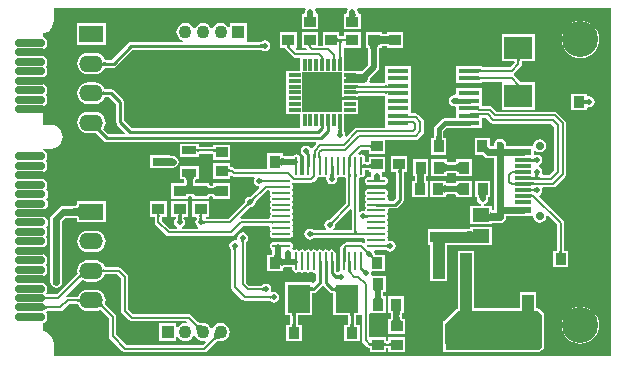
<source format=gtl>
G04*
G04 #@! TF.GenerationSoftware,Altium Limited,Altium Designer,19.0.4 (130)*
G04*
G04 Layer_Physical_Order=1*
G04 Layer_Color=255*
%FSLAX25Y25*%
%MOIN*%
G70*
G01*
G75*
%ADD10C,0.02362*%
%ADD11C,0.00787*%
%ADD13C,0.01000*%
%ADD18R,0.03937X0.08661*%
%ADD19R,0.13780X0.08661*%
%ADD20R,0.03661X0.03858*%
%ADD21R,0.03858X0.03661*%
%ADD22R,0.04921X0.02756*%
%ADD23O,0.06102X0.00984*%
%ADD24O,0.00984X0.06102*%
G04:AMPARAMS|DCode=25|XSize=23.62mil|YSize=100.39mil|CornerRadius=0mil|HoleSize=0mil|Usage=FLASHONLY|Rotation=270.000|XOffset=0mil|YOffset=0mil|HoleType=Round|Shape=Octagon|*
%AMOCTAGOND25*
4,1,8,0.05020,0.00591,0.05020,-0.00591,0.04429,-0.01181,-0.04429,-0.01181,-0.05020,-0.00591,-0.05020,0.00591,-0.04429,0.01181,0.04429,0.01181,0.05020,0.00591,0.0*
%
%ADD25OCTAGOND25*%

G04:AMPARAMS|DCode=26|XSize=23.62mil|YSize=100.39mil|CornerRadius=0mil|HoleSize=0mil|Usage=FLASHONLY|Rotation=270.000|XOffset=0mil|YOffset=0mil|HoleType=Round|Shape=Octagon|*
%AMOCTAGOND26*
4,1,8,0.05020,0.00591,0.05020,-0.00591,0.04429,-0.01181,-0.04429,-0.01181,-0.05020,-0.00591,-0.05020,0.00591,-0.04429,0.01181,0.04429,0.01181,0.05020,0.00591,0.0*
%
%ADD26OCTAGOND26*%

%ADD27R,0.05709X0.02362*%
%ADD28R,0.05709X0.01181*%
%ADD29R,0.07480X0.09449*%
%ADD30R,0.07100X0.01600*%
%ADD31R,0.09449X0.07480*%
%ADD32R,0.13189X0.13189*%
%ADD33R,0.01181X0.03937*%
%ADD34R,0.03937X0.01181*%
%ADD35R,0.05787X0.04567*%
%ADD60C,0.01968*%
%ADD61C,0.03150*%
%ADD62C,0.03543*%
%ADD63C,0.03937*%
%ADD64C,0.01181*%
%ADD65C,0.01575*%
%ADD66O,0.07874X0.05512*%
%ADD67R,0.07874X0.05512*%
%ADD68C,0.12000*%
%ADD69C,0.04331*%
%ADD70R,0.04331X0.04331*%
%ADD71C,0.02756*%
%ADD72O,0.06299X0.03937*%
%ADD73O,0.08268X0.03937*%
%ADD74C,0.02000*%
%ADD75C,0.02362*%
G36*
X114231Y115352D02*
X114270Y114787D01*
X114293Y114648D01*
X114322Y114535D01*
X114356Y114447D01*
X114395Y114384D01*
X114439Y114347D01*
X114488Y114334D01*
X112000D01*
X112049Y114347D01*
X112093Y114384D01*
X112132Y114447D01*
X112166Y114535D01*
X112195Y114648D01*
X112218Y114787D01*
X112236Y114950D01*
X112257Y115352D01*
X112260Y115591D01*
X114228D01*
X114231Y115352D01*
D02*
G37*
G36*
X100176D02*
X100215Y114787D01*
X100238Y114648D01*
X100267Y114535D01*
X100301Y114447D01*
X100340Y114384D01*
X100384Y114347D01*
X100433Y114334D01*
X97945D01*
X97994Y114347D01*
X98038Y114384D01*
X98077Y114447D01*
X98111Y114535D01*
X98140Y114648D01*
X98163Y114787D01*
X98181Y114950D01*
X98202Y115352D01*
X98205Y115591D01*
X100173D01*
X100176Y115352D01*
D02*
G37*
G36*
X199577Y58962D02*
Y11324D01*
Y964D01*
X13700D01*
Y5221D01*
X13716D01*
X13572Y6314D01*
X13150Y7333D01*
X12479Y8208D01*
X11604Y8879D01*
X10586Y9301D01*
X10158Y9357D01*
Y12111D01*
X10579D01*
X11563Y13096D01*
Y15064D01*
X10972Y15655D01*
X11341Y16023D01*
X11365Y16025D01*
X15891D01*
X15891Y16025D01*
X16352Y16117D01*
X16743Y16378D01*
X18767Y18402D01*
X21719D01*
X21960Y17819D01*
X22528Y17079D01*
X23268Y16511D01*
X24130Y16154D01*
X25055Y16032D01*
X27417D01*
X28342Y16154D01*
X29204Y16511D01*
X29261Y16555D01*
X32127Y13690D01*
Y7592D01*
X32127Y7592D01*
X32218Y7131D01*
X32479Y6740D01*
X36590Y2629D01*
X36981Y2368D01*
X37442Y2276D01*
X63913D01*
X63913Y2276D01*
X64374Y2368D01*
X64765Y2629D01*
X67905Y5769D01*
X67956Y5803D01*
X68044Y5848D01*
X68161Y5896D01*
X68308Y5942D01*
X68483Y5985D01*
X68678Y6020D01*
X69182Y6075D01*
X69318Y6082D01*
X69354Y6077D01*
X69435Y6087D01*
X69468Y6089D01*
X69490Y6095D01*
X70125Y6178D01*
X70843Y6476D01*
X71460Y6949D01*
X71934Y7566D01*
X72231Y8284D01*
X72333Y9055D01*
X72231Y9826D01*
X71934Y10544D01*
X71460Y11161D01*
X70843Y11634D01*
X70125Y11932D01*
X69354Y12033D01*
X68584Y11932D01*
X67865Y11634D01*
X67248Y11161D01*
X66775Y10544D01*
X66672Y10296D01*
X66131D01*
X66028Y10544D01*
X65555Y11161D01*
X64938Y11634D01*
X64220Y11932D01*
X63449Y12033D01*
X63383Y12025D01*
X62889Y12039D01*
X62675Y12059D01*
X62478Y12089D01*
X62309Y12125D01*
X62168Y12167D01*
X62055Y12211D01*
X61970Y12254D01*
X61920Y12287D01*
X59537Y14670D01*
X59146Y14931D01*
X58685Y15023D01*
X58685Y15023D01*
X40223D01*
X38551Y16696D01*
Y27441D01*
X38551Y27441D01*
X38459Y27902D01*
X38198Y28293D01*
X38198Y28293D01*
X36190Y30300D01*
X35799Y30561D01*
X35339Y30653D01*
X35339Y30653D01*
X30754D01*
X30512Y31236D01*
X29945Y31976D01*
X29204Y32544D01*
X28342Y32901D01*
X27417Y33023D01*
X25055D01*
X24130Y32901D01*
X23268Y32544D01*
X22528Y31976D01*
X21960Y31236D01*
X21603Y30374D01*
X21481Y29449D01*
X21601Y28540D01*
X21534Y28457D01*
X14660Y21583D01*
X11343D01*
X10972Y21954D01*
X11563Y22545D01*
Y24513D01*
X10579Y25497D01*
X10158D01*
Y27860D01*
X10579D01*
X11563Y28844D01*
Y30812D01*
X10972Y31403D01*
X11563Y31993D01*
Y33962D01*
X10579Y34946D01*
X10158D01*
Y37308D01*
X10579D01*
X11563Y38293D01*
Y40261D01*
X10972Y40852D01*
X11563Y41442D01*
Y43411D01*
X11022Y43951D01*
X11663Y44592D01*
Y46560D01*
X10679Y47545D01*
X10158D01*
Y49907D01*
X10679D01*
X11663Y50891D01*
Y52859D01*
X11073Y53450D01*
X11663Y54040D01*
Y56009D01*
X11022Y56650D01*
X11563Y57190D01*
Y59159D01*
X10579Y60143D01*
X10158D01*
Y62505D01*
X10579D01*
X11563Y63489D01*
Y65458D01*
X10972Y66048D01*
X11563Y66639D01*
Y68607D01*
X10579Y69592D01*
X10158D01*
Y70109D01*
X12639D01*
X12639Y70095D01*
X12839Y70109D01*
X13021Y70145D01*
X13119Y70158D01*
X13119Y70158D01*
X13681Y70232D01*
X14652Y70634D01*
X15485Y71273D01*
X16125Y72107D01*
X16527Y73077D01*
X16664Y74119D01*
X16527Y75161D01*
X16125Y76131D01*
X15485Y76965D01*
X14652Y77605D01*
X13681Y78007D01*
X13119Y78081D01*
X13021Y78094D01*
X12839Y78130D01*
X12639Y78144D01*
Y78130D01*
X12639Y78130D01*
X10158D01*
Y84517D01*
X10579D01*
X11563Y85502D01*
Y87470D01*
X10972Y88061D01*
X11563Y88651D01*
Y90620D01*
X10579Y91604D01*
X10158D01*
Y93966D01*
X10579D01*
X11563Y94950D01*
Y96919D01*
X10972Y97509D01*
X11563Y98100D01*
Y100068D01*
X10579Y101053D01*
X10158D01*
Y103415D01*
X10579D01*
X11563Y104399D01*
Y106368D01*
X10579Y107352D01*
X10158D01*
Y108566D01*
X10586Y108623D01*
X11604Y109045D01*
X12479Y109716D01*
X13150Y110590D01*
X13572Y111609D01*
X13716Y112702D01*
X13700D01*
Y116959D01*
X97352D01*
X97620Y116459D01*
X97505Y116288D01*
X97367Y115591D01*
X97070Y115146D01*
X96298D01*
Y109909D01*
X101731D01*
Y115146D01*
X101308D01*
X101011Y115591D01*
X100873Y116288D01*
X100758Y116459D01*
X101026Y116959D01*
X111407D01*
X111675Y116459D01*
X111560Y116288D01*
X111422Y115591D01*
X111126Y115146D01*
X110507D01*
Y109909D01*
X115940D01*
Y115146D01*
X115363D01*
X115067Y115591D01*
X114928Y116288D01*
X114813Y116459D01*
X115081Y116959D01*
X199577D01*
Y58962D01*
D02*
G37*
G36*
X30043Y30159D02*
X30070Y30092D01*
X30114Y30034D01*
X30177Y29983D01*
X30257Y29940D01*
X30354Y29905D01*
X30470Y29878D01*
X30603Y29858D01*
X30754Y29846D01*
X30923Y29842D01*
Y29055D01*
X30754Y29051D01*
X30603Y29039D01*
X30470Y29020D01*
X30354Y28993D01*
X30257Y28958D01*
X30177Y28915D01*
X30114Y28864D01*
X30070Y28805D01*
X30043Y28739D01*
X30034Y28665D01*
Y30233D01*
X30043Y30159D01*
D02*
G37*
G36*
X23271Y27379D02*
X23224Y27438D01*
X23168Y27477D01*
X23105Y27496D01*
X23033Y27497D01*
X22953Y27478D01*
X22864Y27439D01*
X22767Y27381D01*
X22662Y27304D01*
X22549Y27207D01*
X22427Y27091D01*
X21989Y27766D01*
X22108Y27891D01*
X22295Y28122D01*
X22363Y28228D01*
X22414Y28329D01*
X22448Y28423D01*
X22466Y28512D01*
X22466Y28594D01*
X22449Y28671D01*
X22415Y28741D01*
X23271Y27379D01*
D02*
G37*
G36*
X36142Y26942D02*
Y16197D01*
X36142Y16197D01*
X36234Y15736D01*
X36495Y15345D01*
X38873Y12967D01*
X38873Y12967D01*
X39263Y12706D01*
X39724Y12615D01*
X57907D01*
X57997Y12478D01*
X57705Y12012D01*
X57543Y12033D01*
X56773Y11932D01*
X56054Y11634D01*
X55437Y11161D01*
X55090Y10709D01*
X54590Y10879D01*
Y12008D01*
X48685D01*
Y6102D01*
X54590D01*
Y7231D01*
X55090Y7401D01*
X55437Y6949D01*
X56054Y6476D01*
X56773Y6178D01*
X57543Y6077D01*
X58314Y6178D01*
X59032Y6476D01*
X59649Y6949D01*
X60123Y7566D01*
X60225Y7814D01*
X60767D01*
X60870Y7566D01*
X61343Y6949D01*
X61960Y6476D01*
X62678Y6178D01*
X63449Y6077D01*
X64198Y6176D01*
X64237Y6144D01*
X64467Y5737D01*
X63415Y4685D01*
X37941D01*
X34535Y8090D01*
Y14189D01*
X34535Y14189D01*
X34443Y14650D01*
X34182Y15041D01*
X34182Y15041D01*
X30809Y18414D01*
X30779Y18448D01*
X30775Y18454D01*
X30869Y18681D01*
X30991Y19606D01*
X30869Y20531D01*
X30512Y21393D01*
X29945Y22133D01*
X29204Y22701D01*
X28342Y23058D01*
X27417Y23180D01*
X25055D01*
X24130Y23058D01*
X23268Y22701D01*
X22528Y22133D01*
X21960Y21393D01*
X21719Y20811D01*
X18268D01*
X17934Y20744D01*
X17657Y21174D01*
X23024Y26541D01*
X23268Y26354D01*
X24130Y25997D01*
X25055Y25875D01*
X27417D01*
X28342Y25997D01*
X29204Y26354D01*
X29945Y26922D01*
X30512Y27662D01*
X30754Y28245D01*
X34840D01*
X36142Y26942D01*
D02*
G37*
G36*
X10571Y21092D02*
X10600Y21025D01*
X10650Y20966D01*
X10719Y20915D01*
X10808Y20871D01*
X10917Y20836D01*
X11046Y20808D01*
X11195Y20789D01*
X11363Y20777D01*
X11551Y20773D01*
Y19985D01*
X11363Y19982D01*
X11046Y19950D01*
X10917Y19922D01*
X10808Y19887D01*
X10719Y19844D01*
X10650Y19793D01*
X10600Y19734D01*
X10571Y19667D01*
X10561Y19592D01*
Y21167D01*
X10571Y21092D01*
D02*
G37*
G36*
X22438Y18822D02*
X22429Y18896D01*
X22402Y18963D01*
X22358Y19021D01*
X22296Y19072D01*
X22216Y19115D01*
X22118Y19150D01*
X22003Y19177D01*
X21869Y19197D01*
X21718Y19209D01*
X21549Y19213D01*
Y20000D01*
X21718Y20004D01*
X21869Y20016D01*
X22003Y20035D01*
X22118Y20062D01*
X22216Y20098D01*
X22296Y20141D01*
X22358Y20191D01*
X22402Y20250D01*
X22429Y20316D01*
X22438Y20390D01*
Y18822D01*
D02*
G37*
G36*
X29942Y18579D02*
X29920Y18508D01*
X29916Y18430D01*
X29928Y18346D01*
X29959Y18255D01*
X30006Y18158D01*
X30071Y18055D01*
X30153Y17946D01*
X30252Y17830D01*
X30368Y17708D01*
X29890Y17073D01*
X29768Y17189D01*
X29654Y17287D01*
X29548Y17365D01*
X29449Y17425D01*
X29358Y17466D01*
X29275Y17488D01*
X29199Y17491D01*
X29132Y17476D01*
X29072Y17441D01*
X29020Y17388D01*
X29980Y18645D01*
X29942Y18579D01*
D02*
G37*
G36*
X10571Y17942D02*
X10600Y17875D01*
X10650Y17816D01*
X10719Y17765D01*
X10808Y17722D01*
X10917Y17686D01*
X11046Y17659D01*
X11195Y17639D01*
X11363Y17627D01*
X11551Y17623D01*
Y16836D01*
X11363Y16832D01*
X11046Y16800D01*
X10917Y16773D01*
X10808Y16737D01*
X10719Y16694D01*
X10650Y16643D01*
X10600Y16584D01*
X10571Y16517D01*
X10561Y16442D01*
Y18017D01*
X10571Y17942D01*
D02*
G37*
G36*
X61424Y11653D02*
X61565Y11559D01*
X61726Y11477D01*
X61908Y11406D01*
X62111Y11347D01*
X62333Y11299D01*
X62576Y11262D01*
X62839Y11237D01*
X63427Y11220D01*
X61284Y9077D01*
X61281Y9381D01*
X61242Y9928D01*
X61205Y10171D01*
X61157Y10393D01*
X61098Y10596D01*
X61027Y10778D01*
X60945Y10939D01*
X60851Y11080D01*
X60746Y11201D01*
X61303Y11758D01*
X61424Y11653D01*
D02*
G37*
G36*
X69427Y6891D02*
X69118Y6875D01*
X68563Y6815D01*
X68317Y6770D01*
X68093Y6716D01*
X67889Y6652D01*
X67708Y6578D01*
X67547Y6495D01*
X67407Y6402D01*
X67289Y6299D01*
X66708Y6831D01*
X66815Y6955D01*
X66909Y7097D01*
X66990Y7259D01*
X67058Y7441D01*
X67112Y7642D01*
X67154Y7862D01*
X67183Y8102D01*
X67199Y8362D01*
X67192Y8939D01*
X69427Y6891D01*
D02*
G37*
%LPC*%
G36*
X69354Y112033D02*
X68584Y111932D01*
X67865Y111634D01*
X67248Y111161D01*
X66775Y110544D01*
X66672Y110296D01*
X66131D01*
X66028Y110544D01*
X65555Y111161D01*
X64938Y111634D01*
X64220Y111932D01*
X63449Y112033D01*
X62678Y111932D01*
X61960Y111634D01*
X61343Y111161D01*
X60870Y110544D01*
X60767Y110296D01*
X60225D01*
X60123Y110544D01*
X59649Y111161D01*
X59032Y111634D01*
X58314Y111932D01*
X57543Y112033D01*
X56773Y111932D01*
X56054Y111634D01*
X55437Y111161D01*
X54964Y110544D01*
X54667Y109826D01*
X54565Y109055D01*
X54667Y108284D01*
X54964Y107566D01*
X55437Y106949D01*
X56054Y106476D01*
X56667Y106222D01*
X56568Y105722D01*
X39488D01*
X38986Y105622D01*
X38560Y105338D01*
X33055Y99832D01*
X30872D01*
X30797Y99838D01*
X30701Y99852D01*
X30512Y100307D01*
X29945Y101047D01*
X29204Y101615D01*
X28342Y101972D01*
X27417Y102094D01*
X25055D01*
X24130Y101972D01*
X23268Y101615D01*
X22528Y101047D01*
X21960Y100307D01*
X21603Y99445D01*
X21481Y98520D01*
X21603Y97595D01*
X21960Y96733D01*
X22528Y95993D01*
X23268Y95425D01*
X24130Y95068D01*
X25055Y94946D01*
X27417D01*
X28342Y95068D01*
X29204Y95425D01*
X29945Y95993D01*
X30512Y96733D01*
X30701Y97188D01*
X30797Y97201D01*
X30872Y97207D01*
X33598D01*
X34101Y97307D01*
X34527Y97592D01*
X40032Y103097D01*
X82771D01*
X82783Y103095D01*
X82811Y103091D01*
X83358Y102726D01*
X84055Y102587D01*
X84753Y102726D01*
X85344Y103121D01*
X85739Y103712D01*
X85878Y104409D01*
X85739Y105107D01*
X85344Y105698D01*
X84753Y106093D01*
X84055Y106232D01*
X83358Y106093D01*
X82811Y105728D01*
X82793Y105725D01*
X82758Y105722D01*
X78502D01*
X78213Y106102D01*
X78213Y106222D01*
Y112008D01*
X72307D01*
Y110879D01*
X71807Y110709D01*
X71460Y111161D01*
X70843Y111634D01*
X70125Y111932D01*
X69354Y112033D01*
D02*
G37*
G36*
X130149Y109083D02*
X124716D01*
Y108499D01*
X124627Y108485D01*
X124431Y108472D01*
X123270D01*
X123136Y108484D01*
X123045Y108498D01*
Y109083D01*
X117612D01*
Y104663D01*
X117608Y104646D01*
X117612Y104629D01*
Y103847D01*
X118336D01*
X118363Y103843D01*
X118385Y103805D01*
X118429Y103692D01*
X118473Y103519D01*
X118509Y103290D01*
X118522Y103137D01*
Y98114D01*
X117275Y96866D01*
X117183Y96776D01*
X116578Y96227D01*
X112441D01*
X112208Y96181D01*
X110472D01*
Y100089D01*
X110476Y100106D01*
X110472Y100123D01*
Y100906D01*
X110433D01*
Y103377D01*
X110507Y103846D01*
X115940D01*
Y109083D01*
X110507D01*
Y107669D01*
X108835D01*
Y109083D01*
X103402D01*
Y104543D01*
X101731D01*
Y109083D01*
X96298D01*
Y103846D01*
X97794D01*
X98052Y103419D01*
X97875Y102968D01*
X94704D01*
X94287Y103384D01*
X94478Y103847D01*
X94626D01*
Y109083D01*
X89193D01*
Y103847D01*
X90747D01*
X90797Y103598D01*
X91058Y103208D01*
X93353Y100912D01*
X93353Y100912D01*
X93744Y100651D01*
X94205Y100559D01*
X95906D01*
Y96181D01*
X91181D01*
Y93425D01*
Y89488D01*
Y85551D01*
Y81614D01*
X95906D01*
Y77139D01*
X39630Y77139D01*
X37139Y79630D01*
Y85630D01*
X37040Y86132D01*
X36755Y86558D01*
X33708Y89605D01*
X33282Y89890D01*
X32779Y89990D01*
X30872D01*
X30797Y89995D01*
X30701Y90009D01*
X30512Y90464D01*
X29945Y91204D01*
X29204Y91772D01*
X28342Y92129D01*
X27417Y92251D01*
X25055D01*
X24130Y92129D01*
X23268Y91772D01*
X22528Y91204D01*
X21960Y90464D01*
X21603Y89602D01*
X21481Y88677D01*
X21603Y87752D01*
X21960Y86890D01*
X22528Y86150D01*
X23268Y85582D01*
X24130Y85225D01*
X25055Y85103D01*
X27417D01*
X28342Y85225D01*
X29204Y85582D01*
X29945Y86150D01*
X30512Y86890D01*
X30701Y87345D01*
X30797Y87359D01*
X30872Y87365D01*
X32236D01*
X34514Y85086D01*
Y79087D01*
X34614Y78584D01*
X34899Y78158D01*
X37582Y75475D01*
X37390Y75013D01*
X31914D01*
X30238Y76690D01*
X30512Y77048D01*
X30869Y77910D01*
X30991Y78835D01*
X30869Y79760D01*
X30512Y80622D01*
X29945Y81362D01*
X29204Y81930D01*
X28342Y82287D01*
X27417Y82408D01*
X25055D01*
X24130Y82287D01*
X23268Y81930D01*
X22528Y81362D01*
X21960Y80622D01*
X21603Y79760D01*
X21481Y78835D01*
X21603Y77910D01*
X21960Y77048D01*
X22528Y76307D01*
X23268Y75740D01*
X24130Y75383D01*
X25055Y75261D01*
X27417D01*
X27824Y75314D01*
X27850Y75300D01*
X27928Y75250D01*
X28133Y75081D01*
X30442Y72773D01*
X30868Y72488D01*
X31370Y72388D01*
X101043Y72388D01*
X101251Y71888D01*
X99840Y70478D01*
X99276Y70422D01*
X99139Y70627D01*
X98548Y71022D01*
X97850Y71161D01*
X97153Y71022D01*
X96562Y70627D01*
X96167Y70036D01*
X96028Y69339D01*
X96167Y68641D01*
X96562Y68050D01*
X97136Y67666D01*
Y64445D01*
X97152Y64365D01*
Y61878D01*
X97181Y61732D01*
X96794Y61232D01*
X96183D01*
X95795Y61732D01*
X95824Y61878D01*
Y65810D01*
X95834Y65858D01*
X95824Y65907D01*
Y66996D01*
X95725Y67495D01*
X95442Y67918D01*
X95019Y68201D01*
X94520Y68301D01*
X94020Y68201D01*
X93597Y67918D01*
X93428Y67665D01*
X91640D01*
X91559Y67681D01*
X91478Y67665D01*
X90824D01*
X90671Y67677D01*
X90442Y67714D01*
X90269Y67758D01*
X90155Y67802D01*
X90117Y67824D01*
X90114Y67851D01*
Y68575D01*
X89332D01*
X89315Y68578D01*
X89298Y68575D01*
X84878D01*
Y63291D01*
X74239D01*
X73836Y63694D01*
X73445Y63955D01*
X72984Y64047D01*
X72984Y64047D01*
X72323D01*
Y65461D01*
X66890D01*
Y60224D01*
X72323D01*
Y61094D01*
X72823Y61301D01*
X72889Y61235D01*
X72889Y61235D01*
X73279Y60974D01*
X73740Y60882D01*
X80377D01*
X80645Y60382D01*
X80466Y60115D01*
X80327Y59417D01*
X80466Y58720D01*
X80861Y58129D01*
X81452Y57734D01*
X82054Y57614D01*
X82205Y57334D01*
X82253Y57106D01*
X79395Y54247D01*
X79378Y54236D01*
X79357Y54223D01*
X79341Y54215D01*
X79327Y54210D01*
X79316Y54207D01*
X79307Y54205D01*
X79213Y54224D01*
X78515Y54085D01*
X77924Y53690D01*
X77529Y53099D01*
X77390Y52402D01*
X77403Y52336D01*
X77400Y52325D01*
X77393Y52309D01*
X77384Y52290D01*
X77370Y52267D01*
X77357Y52249D01*
X71929Y46821D01*
X64455D01*
X64396Y46874D01*
X64560Y47308D01*
X64640Y47374D01*
X65341D01*
Y52610D01*
X59908D01*
Y47374D01*
X61108D01*
X61251Y47218D01*
X61265Y47201D01*
X61336Y46874D01*
X60962Y46314D01*
X60823Y45617D01*
X60962Y44919D01*
X61357Y44328D01*
X61867Y43988D01*
X61832Y43620D01*
X61783Y43488D01*
X56468D01*
X56419Y43620D01*
X56385Y43988D01*
X56895Y44328D01*
X57290Y44919D01*
X57429Y45617D01*
X57290Y46314D01*
X56925Y46861D01*
X56922Y46880D01*
X56998Y47374D01*
X58324D01*
Y52610D01*
X52891D01*
Y47374D01*
X54264D01*
X54292Y46889D01*
X54288Y46861D01*
X53923Y46314D01*
X53784Y45617D01*
X53923Y44919D01*
X54318Y44328D01*
X54827Y43988D01*
X54793Y43620D01*
X54744Y43488D01*
X52467D01*
X49795Y46160D01*
Y47374D01*
X51307D01*
Y52610D01*
X45874D01*
Y47374D01*
X47386D01*
Y45662D01*
X47386Y45662D01*
X47478Y45201D01*
X47739Y44810D01*
X51117Y41432D01*
X51117Y41432D01*
X51508Y41171D01*
X51969Y41079D01*
X72905D01*
X72905Y41079D01*
X73366Y41171D01*
X73757Y41432D01*
X76759Y44434D01*
X85357D01*
X85689Y43933D01*
X85636Y43669D01*
X85736Y43170D01*
X86019Y42747D01*
Y42623D01*
X85736Y42200D01*
X85636Y41701D01*
X85736Y41201D01*
X86019Y40778D01*
X86442Y40495D01*
X86941Y40396D01*
X92059D01*
X92558Y40495D01*
X92982Y40778D01*
X93264Y41201D01*
X93364Y41701D01*
X93264Y42200D01*
X92982Y42623D01*
Y42747D01*
X93264Y43170D01*
X93364Y43669D01*
X93264Y44168D01*
X92982Y44592D01*
Y44715D01*
X93264Y45138D01*
X93364Y45638D01*
X93264Y46137D01*
X92982Y46560D01*
Y46684D01*
X93264Y47107D01*
X93364Y47606D01*
X93264Y48105D01*
X92982Y48529D01*
Y48652D01*
X93264Y49076D01*
X93364Y49575D01*
X93264Y50074D01*
X93202Y50167D01*
X93012Y50559D01*
X93202Y50951D01*
X93264Y51044D01*
X93364Y51543D01*
X93264Y52043D01*
X92982Y52466D01*
Y52589D01*
X93264Y53013D01*
X93364Y53512D01*
X93264Y54011D01*
X93202Y54104D01*
X93012Y54496D01*
X93202Y54888D01*
X93264Y54981D01*
X93364Y55480D01*
X93264Y55980D01*
X92982Y56403D01*
Y56526D01*
X93264Y56950D01*
X93364Y57449D01*
X93264Y57948D01*
X92982Y58371D01*
Y58495D01*
X93264Y58918D01*
X93761Y58853D01*
X93909Y58824D01*
X93909Y58824D01*
X99540D01*
X99540Y58824D01*
X100001Y58916D01*
X100392Y59177D01*
X101277Y60062D01*
X101277Y60062D01*
X101472Y60354D01*
X101894Y60673D01*
X102394Y60573D01*
X102893Y60673D01*
X102986Y60735D01*
X103378Y60925D01*
X103770Y60735D01*
X103863Y60673D01*
X104362Y60573D01*
X104465Y60084D01*
X104600Y59405D01*
X104995Y58814D01*
X105586Y58419D01*
X106283Y58280D01*
X106981Y58419D01*
X107572Y58814D01*
X107967Y59405D01*
X108106Y60102D01*
X108176Y60450D01*
X108299Y60573D01*
X108799Y60673D01*
X109222Y60956D01*
X109345D01*
X109768Y60673D01*
X110268Y60573D01*
X110532Y60626D01*
X111032Y60294D01*
Y51830D01*
X105766Y46564D01*
X105749Y46551D01*
X105726Y46538D01*
X105706Y46528D01*
X105690Y46521D01*
X105679Y46518D01*
X105614Y46531D01*
X104917Y46392D01*
X104325Y45997D01*
X103930Y45406D01*
X103792Y44709D01*
X103930Y44011D01*
X104325Y43420D01*
X104348Y43405D01*
X104196Y42905D01*
X100498D01*
X100477Y42909D01*
X100451Y42915D01*
X100430Y42922D01*
X100414Y42929D01*
X100404Y42934D01*
X100367Y42989D01*
X99776Y43385D01*
X99079Y43523D01*
X98381Y43385D01*
X97790Y42989D01*
X97395Y42398D01*
X97256Y41701D01*
X97395Y41003D01*
X97790Y40412D01*
X98381Y40017D01*
X99079Y39878D01*
X99776Y40017D01*
X100367Y40412D01*
X100404Y40467D01*
X100414Y40473D01*
X100430Y40480D01*
X100451Y40486D01*
X100477Y40493D01*
X100498Y40497D01*
X117050D01*
X117382Y39996D01*
X117329Y39732D01*
X117429Y39233D01*
X117502Y39123D01*
X117398Y38889D01*
X116804Y38730D01*
X116676Y38815D01*
X116215Y38907D01*
X116215Y38907D01*
X111191D01*
X111191Y38907D01*
X110730Y38815D01*
X110339Y38554D01*
X110339Y38554D01*
X109818Y38033D01*
X109803Y38030D01*
X109377Y37745D01*
X109093Y37319D01*
X108993Y36817D01*
Y35452D01*
X108963Y35303D01*
Y30185D01*
X109057Y29713D01*
X109059Y29679D01*
X108816Y29155D01*
X108665Y29125D01*
X108143Y28776D01*
X107643Y29276D01*
Y32744D01*
X107635Y32785D01*
Y35303D01*
X107536Y35802D01*
X107253Y36226D01*
X106830Y36508D01*
X106331Y36608D01*
X105832Y36508D01*
X105408Y36226D01*
X105285D01*
X104861Y36508D01*
X104362Y36608D01*
X103863Y36508D01*
X103440Y36226D01*
X103316D01*
X102893Y36508D01*
X102394Y36608D01*
X101894Y36508D01*
X101471Y36226D01*
X101348D01*
X100925Y36508D01*
X100425Y36608D01*
X99926Y36508D01*
X99503Y36226D01*
X99379D01*
X98956Y36508D01*
X98457Y36608D01*
X97957Y36508D01*
X97534Y36226D01*
X97411D01*
X96987Y36508D01*
X96488Y36608D01*
X95989Y36508D01*
X95566Y36226D01*
X95442D01*
X95019Y36508D01*
X94520Y36608D01*
X94020Y36508D01*
X93880Y36415D01*
X93879Y36414D01*
X93313Y36520D01*
X93063Y36963D01*
X93264Y37264D01*
X93364Y37764D01*
X93264Y38263D01*
X92982Y38686D01*
X92558Y38969D01*
X92059Y39068D01*
X88391D01*
X88342Y39078D01*
X88294Y39068D01*
X86941D01*
X86442Y38969D01*
X86019Y38686D01*
X85736Y38263D01*
X85636Y37764D01*
X85736Y37264D01*
X86019Y36841D01*
X86442Y36558D01*
X86536Y36540D01*
Y35734D01*
X86524Y35673D01*
X86536Y35612D01*
Y35566D01*
X86522Y35405D01*
X86484Y35179D01*
X86439Y35009D01*
X86394Y34899D01*
X86363Y34849D01*
X86299Y34843D01*
X84878D01*
Y29410D01*
X90114D01*
Y30457D01*
X90161Y30485D01*
X90273Y30531D01*
X90445Y30577D01*
X90672Y30614D01*
X90835Y30629D01*
X93215D01*
Y30185D01*
X93314Y29686D01*
X93597Y29263D01*
X94020Y28980D01*
X94520Y28880D01*
X95019Y28980D01*
X95442Y29263D01*
X95566D01*
X95989Y28980D01*
X96488Y28880D01*
X96987Y28980D01*
X97411Y29263D01*
X97534D01*
X97957Y28980D01*
X98457Y28880D01*
X98956Y28980D01*
X99379Y29263D01*
X99503D01*
X99926Y28980D01*
X100425Y28880D01*
X100581Y28912D01*
X101081Y28529D01*
Y26103D01*
X100257Y25279D01*
X99795Y25470D01*
Y25591D01*
X90740D01*
Y14567D01*
X92435D01*
Y11461D01*
X91130D01*
Y6028D01*
X96366D01*
Y11461D01*
X95061D01*
Y14567D01*
X99795D01*
Y22113D01*
X100260D01*
X100762Y22212D01*
X101188Y22497D01*
X102997Y24306D01*
X103419Y24543D01*
X103675Y24311D01*
X105623Y22363D01*
X106049Y22079D01*
X106551Y21979D01*
X106882D01*
Y14567D01*
X111750D01*
Y11461D01*
X110445D01*
Y6028D01*
X115681D01*
Y11461D01*
X114376D01*
Y14567D01*
X115937D01*
Y23686D01*
X116437Y23953D01*
X116457Y23940D01*
Y6291D01*
X116457Y6291D01*
X116549Y5830D01*
X116810Y5440D01*
X118235Y4015D01*
X118626Y3754D01*
X119087Y3662D01*
X119095D01*
Y2248D01*
X124528D01*
Y3662D01*
X125252D01*
Y2248D01*
X130685D01*
Y7484D01*
X125252D01*
Y6070D01*
X124528D01*
Y7484D01*
X119095D01*
X118866Y7890D01*
Y15124D01*
X119193Y15488D01*
X124429D01*
Y20921D01*
X123581D01*
X123560Y21023D01*
X123531Y21324D01*
Y21648D01*
X123547Y21728D01*
X123531Y21809D01*
Y22210D01*
X123551Y22382D01*
X123564Y22449D01*
X124343D01*
Y27882D01*
X119803D01*
X119393Y28382D01*
X119446Y28646D01*
X119393Y28910D01*
X119803Y29410D01*
X124209D01*
Y34843D01*
X121182D01*
X120720Y35039D01*
X120581Y35737D01*
X120433Y35959D01*
X120700Y36459D01*
X123752D01*
X124251Y36558D01*
X124538Y36414D01*
X125129Y36019D01*
X125827Y35880D01*
X126524Y36019D01*
X127115Y36414D01*
X127510Y37005D01*
X127649Y37702D01*
X127510Y38400D01*
X127115Y38991D01*
X126524Y39386D01*
X125827Y39525D01*
X125513Y39462D01*
X125058Y39732D01*
X125036Y39838D01*
X124957Y40231D01*
X124674Y40655D01*
Y40778D01*
X124957Y41201D01*
X125057Y41701D01*
X124957Y42200D01*
X124674Y42623D01*
Y42747D01*
X124957Y43170D01*
X125057Y43669D01*
X124957Y44168D01*
X124674Y44592D01*
Y44715D01*
X124957Y45138D01*
X125057Y45638D01*
X124957Y46137D01*
X124674Y46560D01*
Y46684D01*
X124957Y47107D01*
X125057Y47606D01*
X124957Y48105D01*
X124674Y48529D01*
Y48652D01*
X124957Y49076D01*
X125057Y49575D01*
X125026Y49731D01*
X125408Y50231D01*
X127441D01*
X127943Y50331D01*
X128369Y50615D01*
X129955Y52201D01*
X130239Y52627D01*
X130339Y53129D01*
Y62362D01*
X131488D01*
Y67598D01*
X126055D01*
Y62362D01*
X127714D01*
Y53673D01*
X126897Y52856D01*
X125408D01*
X125026Y53356D01*
X125057Y53512D01*
X124957Y54011D01*
X124674Y54434D01*
Y54558D01*
X124957Y54981D01*
X125057Y55480D01*
X124957Y55980D01*
X124674Y56403D01*
X124251Y56686D01*
X123752Y56785D01*
X118634D01*
X118135Y56686D01*
X117711Y56403D01*
X117429Y55980D01*
X117329Y55480D01*
X117429Y54981D01*
X117711Y54558D01*
Y54434D01*
X117429Y54011D01*
X117329Y53512D01*
X117429Y53013D01*
X117711Y52589D01*
Y52466D01*
X117429Y52043D01*
X117329Y51543D01*
X117429Y51044D01*
X117711Y50621D01*
Y50497D01*
X117429Y50074D01*
X117329Y49575D01*
X117116Y49361D01*
X116776Y49429D01*
X116078Y49290D01*
X115909Y49177D01*
X115409Y49444D01*
Y60294D01*
X115909Y60626D01*
X116173Y60573D01*
X116673Y60673D01*
X117096Y60956D01*
X117378Y61379D01*
X117478Y61878D01*
Y63124D01*
X118827D01*
Y62309D01*
X119357D01*
X119523Y62000D01*
X119580Y61809D01*
X119453Y61173D01*
X119176Y60722D01*
X118634D01*
X118135Y60623D01*
X117711Y60340D01*
X117429Y59917D01*
X117329Y59417D01*
X117429Y58918D01*
X117711Y58495D01*
X118135Y58212D01*
X118634Y58113D01*
X121221D01*
X121270Y58103D01*
X121318Y58113D01*
X123752D01*
X124251Y58212D01*
X124674Y58495D01*
X124957Y58918D01*
X125057Y59417D01*
X124957Y59917D01*
X124674Y60340D01*
X124251Y60623D01*
X123752Y60722D01*
X123404D01*
X123098Y61173D01*
X122971Y61809D01*
X123028Y62000D01*
X123194Y62309D01*
X124260D01*
Y67546D01*
X118827D01*
Y65750D01*
X117478D01*
Y66996D01*
X117378Y67495D01*
X117096Y67918D01*
X116673Y68201D01*
X116173Y68301D01*
X115674Y68201D01*
X115559Y68124D01*
X115332Y68232D01*
X115237Y68826D01*
X116198Y69786D01*
X118827D01*
Y68372D01*
X124260D01*
Y73119D01*
X134291D01*
X134291Y73119D01*
X134752Y73210D01*
X135143Y73471D01*
X136718Y75046D01*
X136718Y75046D01*
X136979Y75437D01*
X137070Y75898D01*
Y79110D01*
X136979Y79571D01*
X136718Y79962D01*
X135131Y81548D01*
X134741Y81809D01*
X134280Y81901D01*
X134280Y81901D01*
X132676D01*
Y84572D01*
Y87072D01*
Y89572D01*
Y92072D01*
Y94572D01*
Y97747D01*
X124001D01*
Y94572D01*
Y92070D01*
X119056D01*
X118789Y92570D01*
X119007Y92897D01*
X119119Y93460D01*
X120824Y95307D01*
X121606Y96088D01*
X121997Y96674D01*
X122135Y97365D01*
Y103137D01*
X122148Y103290D01*
X122184Y103519D01*
X122228Y103692D01*
X122272Y103805D01*
X122294Y103843D01*
X122321Y103847D01*
X123045D01*
Y104432D01*
X123127Y104444D01*
X123326Y104457D01*
X124486D01*
X124618Y104445D01*
X124716Y104431D01*
Y103847D01*
X130149D01*
Y109083D01*
D02*
G37*
G36*
X30961Y111906D02*
X21512D01*
Y104819D01*
X30961D01*
Y111906D01*
D02*
G37*
G36*
X189217Y112785D02*
X188011Y112666D01*
X186850Y112314D01*
X185781Y111742D01*
X184844Y110973D01*
X184074Y110036D01*
X183503Y108967D01*
X183151Y107806D01*
X183032Y106599D01*
X183151Y105393D01*
X183503Y104233D01*
X184074Y103163D01*
X184844Y102226D01*
X185781Y101457D01*
X186850Y100885D01*
X188011Y100533D01*
X189217Y100414D01*
X190424Y100533D01*
X191584Y100885D01*
X192654Y101457D01*
X193591Y102226D01*
X194360Y103163D01*
X194932Y104233D01*
X195284Y105393D01*
X195403Y106599D01*
X195284Y107806D01*
X194932Y108967D01*
X194360Y110036D01*
X193591Y110973D01*
X192654Y111742D01*
X191584Y112314D01*
X190424Y112666D01*
X189217Y112785D01*
D02*
G37*
G36*
X174091Y108417D02*
X163067D01*
Y99362D01*
X167197D01*
X167301Y98862D01*
X165802Y97364D01*
X156298D01*
Y97747D01*
X155516D01*
X155499Y97750D01*
X155481Y97747D01*
X147623D01*
Y94572D01*
Y92072D01*
X155481D01*
X155499Y92069D01*
X155516Y92072D01*
X156298D01*
Y92455D01*
X162642D01*
X163067Y92276D01*
Y83220D01*
X174091D01*
Y92276D01*
X169486D01*
X169431Y92359D01*
X167279Y94511D01*
X167069Y94651D01*
X167020Y95183D01*
X167035Y95229D01*
X167153Y95308D01*
X169431Y97586D01*
X169431Y97586D01*
X169692Y97977D01*
X169783Y98438D01*
X169783Y98438D01*
Y99362D01*
X174091D01*
Y108417D01*
D02*
G37*
G36*
X156298Y90247D02*
X147623D01*
Y88280D01*
X147237Y87963D01*
X147142Y87982D01*
X146444Y87843D01*
X145853Y87448D01*
X145458Y86857D01*
X145319Y86159D01*
X145458Y85462D01*
X145853Y84871D01*
X146444Y84475D01*
X147142Y84337D01*
X147237Y84356D01*
X147623Y84039D01*
Y80265D01*
X143982D01*
X143367Y80142D01*
X142847Y79794D01*
X140841Y77789D01*
X140493Y77268D01*
X140371Y76654D01*
X140371Y76653D01*
Y74087D01*
X140360Y73971D01*
X140333Y73804D01*
X140301Y73686D01*
X140291Y73661D01*
X139358D01*
Y68228D01*
X144595D01*
Y73661D01*
X143662D01*
X143652Y73686D01*
X143620Y73804D01*
X143592Y73971D01*
X143582Y74087D01*
Y75989D01*
X144647Y77053D01*
X151961D01*
X152052Y77072D01*
X156298D01*
Y80418D01*
X157802D01*
X159394Y78826D01*
X159784Y78565D01*
X160245Y78473D01*
X179562D01*
X180592Y77443D01*
Y63028D01*
X178978Y61413D01*
X176745D01*
X176415Y61913D01*
X176507Y62378D01*
X176369Y63075D01*
X175974Y63667D01*
X175382Y64062D01*
X175327Y64073D01*
Y64583D01*
X175373Y64592D01*
X175964Y64987D01*
X176359Y65578D01*
X176498Y66275D01*
X176359Y66973D01*
X175964Y67564D01*
X175373Y67959D01*
X174675Y68098D01*
X174132Y67990D01*
X173632Y68283D01*
Y69385D01*
X174046Y69532D01*
X174132Y69548D01*
X174834Y69078D01*
X175679Y68910D01*
X176524Y69078D01*
X177240Y69557D01*
X177719Y70273D01*
X177887Y71118D01*
X177719Y71963D01*
X177240Y72680D01*
X176524Y73158D01*
X175679Y73326D01*
X174834Y73158D01*
X174118Y72680D01*
X173639Y71963D01*
X173471Y71118D01*
X173374Y71000D01*
X170184D01*
X169990Y71038D01*
X164464D01*
Y71480D01*
X164311Y72248D01*
X163876Y72900D01*
X163225Y73335D01*
X162457Y73487D01*
X161689Y73335D01*
X161038Y72900D01*
X160602Y72248D01*
X160450Y71480D01*
Y71038D01*
X159312D01*
X159185Y71165D01*
Y73661D01*
X153949D01*
Y68228D01*
X156445D01*
X157061Y67612D01*
X157712Y67177D01*
X158481Y67024D01*
X160497D01*
Y50092D01*
X160228Y49856D01*
X160015Y49793D01*
X159783Y49988D01*
Y51142D01*
X157249D01*
X157200Y51642D01*
X157306Y51663D01*
X157897Y52058D01*
X158292Y52649D01*
X158431Y53347D01*
X158410Y53452D01*
Y53838D01*
X158430Y54011D01*
X158441Y54071D01*
X159217D01*
Y59504D01*
X153980D01*
Y54071D01*
X154765D01*
X154775Y54023D01*
X154797Y53767D01*
Y53403D01*
X154786Y53347D01*
X154924Y52649D01*
X155319Y52058D01*
X155911Y51663D01*
X156017Y51642D01*
X155967Y51142D01*
X152421D01*
Y45000D01*
X158967D01*
X158984Y44997D01*
X159001Y45000D01*
X159783D01*
Y45314D01*
X160667Y45379D01*
X162504D01*
X162504Y45379D01*
X163272Y45531D01*
X163923Y45967D01*
X164358Y46618D01*
X164511Y47386D01*
Y47733D01*
X169990D01*
X170184Y47771D01*
X173374D01*
X173471Y47653D01*
X173639Y46808D01*
X174118Y46092D01*
X174834Y45614D01*
X175679Y45445D01*
X176524Y45614D01*
X177240Y46092D01*
X177719Y46808D01*
X177887Y47653D01*
X177863Y47774D01*
X178324Y48020D01*
X181426Y44919D01*
Y36181D01*
X180012D01*
Y30748D01*
X185248D01*
Y36181D01*
X183834D01*
Y45417D01*
X183742Y45878D01*
X183481Y46269D01*
X183481Y46269D01*
X175523Y54228D01*
X175625Y54833D01*
X175974Y55066D01*
X176369Y55657D01*
X176507Y56354D01*
X176409Y56851D01*
X176724Y57351D01*
X180232D01*
X180232Y57351D01*
X180693Y57443D01*
X181084Y57704D01*
X184223Y60843D01*
X184484Y61233D01*
X184576Y61694D01*
X184576Y61694D01*
Y78594D01*
X184484Y79055D01*
X184223Y79446D01*
X184223Y79446D01*
X181565Y82104D01*
X181174Y82364D01*
X180713Y82456D01*
X180713Y82456D01*
X161397D01*
X159805Y84048D01*
X159414Y84309D01*
X158953Y84401D01*
X158953Y84401D01*
X156298D01*
Y87072D01*
Y90247D01*
D02*
G37*
G36*
X191311Y88520D02*
X186075D01*
Y83087D01*
X191311D01*
Y83674D01*
X191811Y84053D01*
X192173Y83981D01*
X192871Y84119D01*
X193462Y84514D01*
X193857Y85106D01*
X193996Y85803D01*
X193857Y86501D01*
X193462Y87092D01*
X192871Y87487D01*
X192173Y87626D01*
X191811Y87554D01*
X191311Y87932D01*
Y88520D01*
D02*
G37*
G36*
X62114Y71780D02*
X55618D01*
Y67449D01*
X62114D01*
Y68410D01*
X66890D01*
Y66287D01*
X72323D01*
Y71524D01*
X66890D01*
Y70819D01*
X62114D01*
Y71780D01*
D02*
G37*
G36*
X51472Y68043D02*
X51455Y68040D01*
X45775D01*
Y63709D01*
X51455D01*
X51472Y63705D01*
X51485Y63708D01*
X51497Y63706D01*
X51511Y63709D01*
X52272D01*
Y63768D01*
X52665Y63790D01*
X53403D01*
X54172Y63943D01*
X54823Y64378D01*
X55258Y65029D01*
X55410Y65798D01*
X55258Y66566D01*
X54823Y67217D01*
X54172Y67652D01*
X53403Y67804D01*
X52513D01*
X52272Y67818D01*
Y68040D01*
X51504D01*
X51490Y68043D01*
X51481Y68041D01*
X51472Y68043D01*
D02*
G37*
G36*
X143827Y66602D02*
X143809Y66598D01*
X139390D01*
Y61165D01*
X143809D01*
X143827Y61162D01*
X143844Y61165D01*
X144626D01*
Y61889D01*
X144628Y61903D01*
X144662Y61923D01*
X144776Y61966D01*
X144950Y62010D01*
X145181Y62046D01*
X145331Y62058D01*
X147203D01*
X147359Y62045D01*
X147587Y62008D01*
X147759Y61963D01*
X147871Y61919D01*
X147913Y61894D01*
X147917Y61854D01*
Y61130D01*
X148699D01*
X148717Y61127D01*
X148734Y61130D01*
X153154D01*
Y66563D01*
X148734D01*
X148717Y66566D01*
X148699Y66563D01*
X147917D01*
Y65839D01*
X147916Y65825D01*
X147882Y65806D01*
X147767Y65762D01*
X147593Y65719D01*
X147362Y65683D01*
X147213Y65671D01*
X145341D01*
X145185Y65684D01*
X144956Y65721D01*
X144785Y65765D01*
X144672Y65810D01*
X144630Y65834D01*
X144626Y65874D01*
Y66598D01*
X143844D01*
X143827Y66602D01*
D02*
G37*
G36*
X148717Y59507D02*
X148699Y59504D01*
X147917D01*
Y58780D01*
X147914Y58753D01*
X147876Y58731D01*
X147763Y58687D01*
X147590Y58643D01*
X147361Y58607D01*
X147208Y58594D01*
X145155D01*
X145001Y58607D01*
X144772Y58643D01*
X144599Y58687D01*
X144486Y58731D01*
X144448Y58753D01*
X144445Y58780D01*
Y59504D01*
X143663D01*
X143646Y59507D01*
X143628Y59504D01*
X139209D01*
Y54071D01*
X143628D01*
X143646Y54067D01*
X143663Y54071D01*
X144445D01*
Y54795D01*
X144448Y54822D01*
X144486Y54844D01*
X144599Y54888D01*
X144772Y54932D01*
X145001Y54968D01*
X145155Y54981D01*
X147208D01*
X147361Y54968D01*
X147590Y54932D01*
X147763Y54888D01*
X147876Y54844D01*
X147914Y54822D01*
X147917Y54795D01*
Y54071D01*
X148699D01*
X148717Y54067D01*
X148734Y54071D01*
X153154D01*
Y59504D01*
X148734D01*
X148717Y59507D01*
D02*
G37*
G36*
X138563Y66598D02*
X133327D01*
Y61982D01*
X133323Y61965D01*
X133327Y61948D01*
Y61165D01*
X134007D01*
X134012Y61155D01*
X134054Y61035D01*
X134095Y60854D01*
X134129Y60619D01*
X134139Y60487D01*
Y60342D01*
X134091Y60102D01*
X134112Y59995D01*
X134087Y59840D01*
X134041Y59671D01*
X133996Y59560D01*
X133966Y59511D01*
X133902Y59504D01*
X133146D01*
Y54071D01*
X138382D01*
Y58687D01*
X138385Y58705D01*
X138382Y58722D01*
Y59504D01*
X137841D01*
X137818Y59589D01*
X137785Y59773D01*
X137751Y60179D01*
Y60487D01*
X137761Y60619D01*
X137794Y60854D01*
X137836Y61035D01*
X137877Y61155D01*
X137883Y61165D01*
X138563D01*
Y61948D01*
X138566Y61965D01*
X138563Y61982D01*
Y66598D01*
D02*
G37*
G36*
X62114Y64299D02*
X55618D01*
Y59969D01*
X57078D01*
X57105Y59923D01*
X57151Y59811D01*
X57197Y59640D01*
X57234Y59412D01*
X57249Y59248D01*
Y58706D01*
X57243Y58673D01*
X52891D01*
Y53437D01*
X58324D01*
Y54215D01*
X58379Y54226D01*
X58641Y54249D01*
X59521D01*
X59572Y54245D01*
X59766Y54219D01*
X59908Y54189D01*
Y53437D01*
X64525D01*
X64542Y53434D01*
X64559Y53437D01*
X65341D01*
Y54117D01*
X65352Y54123D01*
X65472Y54165D01*
X65652Y54206D01*
X65888Y54239D01*
X66020Y54249D01*
X66246D01*
X66378Y54239D01*
X66614Y54206D01*
X66794Y54165D01*
X66915Y54123D01*
X66925Y54117D01*
Y53437D01*
X67707D01*
X67725Y53434D01*
X67742Y53437D01*
X72358D01*
Y58673D01*
X67742D01*
X67725Y58677D01*
X67707Y58673D01*
X66925D01*
Y57993D01*
X66915Y57988D01*
X66794Y57946D01*
X66614Y57905D01*
X66379Y57872D01*
X66246Y57862D01*
X66020D01*
X65888Y57872D01*
X65652Y57905D01*
X65472Y57946D01*
X65352Y57988D01*
X65341Y57993D01*
Y58673D01*
X64559D01*
X64542Y58677D01*
X64525Y58673D01*
X60867D01*
X60861Y58707D01*
Y59248D01*
X60876Y59412D01*
X60914Y59640D01*
X60959Y59811D01*
X61005Y59923D01*
X61033Y59969D01*
X62114D01*
Y64299D01*
D02*
G37*
G36*
X30961Y52677D02*
X21512D01*
Y51457D01*
X21511Y51451D01*
X21505Y51434D01*
X21495Y51419D01*
X21458Y51384D01*
X21368Y51330D01*
X21212Y51266D01*
X20990Y51207D01*
X20703Y51159D01*
X20494Y51141D01*
X16874D01*
X16106Y50988D01*
X15455Y50553D01*
X13115Y48213D01*
X12680Y47562D01*
X12527Y46794D01*
Y25882D01*
X12680Y25114D01*
X13115Y24463D01*
X13766Y24028D01*
X14534Y23875D01*
X15302Y24028D01*
X15953Y24463D01*
X16388Y25114D01*
X16541Y25882D01*
Y45963D01*
X17705Y47127D01*
X20494D01*
X20703Y47109D01*
X20990Y47061D01*
X21212Y47001D01*
X21368Y46938D01*
X21458Y46883D01*
X21495Y46848D01*
X21505Y46834D01*
X21511Y46817D01*
X21512Y46810D01*
Y45591D01*
X30961D01*
Y52677D01*
D02*
G37*
G36*
X76614Y42334D02*
X75917Y42195D01*
X75326Y41800D01*
X74931Y41209D01*
X74792Y40512D01*
X74895Y39992D01*
X74894Y39991D01*
X74544Y39621D01*
X74502Y39600D01*
X74016Y39696D01*
X73318Y39558D01*
X72727Y39163D01*
X72332Y38571D01*
X72193Y37874D01*
X72332Y37177D01*
X72727Y36585D01*
X72782Y36549D01*
X72788Y36538D01*
X72795Y36522D01*
X72801Y36502D01*
X72808Y36476D01*
X72812Y36454D01*
Y24055D01*
X72812Y24055D01*
X72903Y23594D01*
X73164Y23204D01*
X76511Y19857D01*
X76901Y19596D01*
X77362Y19504D01*
X77362Y19504D01*
X85549D01*
X85570Y19501D01*
X85597Y19494D01*
X85617Y19488D01*
X85633Y19481D01*
X85643Y19475D01*
X85680Y19420D01*
X86271Y19025D01*
X86968Y18886D01*
X87666Y19025D01*
X88257Y19420D01*
X88652Y20011D01*
X88791Y20709D01*
X88652Y21406D01*
X88257Y21997D01*
X87666Y22392D01*
X86968Y22531D01*
X86482Y22434D01*
X86440Y22456D01*
X86090Y22825D01*
X86089Y22827D01*
X86193Y23347D01*
X86054Y24044D01*
X85659Y24635D01*
X85067Y25030D01*
X84370Y25169D01*
X83673Y25030D01*
X83081Y24635D01*
X83044Y24580D01*
X83034Y24575D01*
X83018Y24568D01*
X82998Y24561D01*
X82972Y24554D01*
X82950Y24551D01*
X78767D01*
X77818Y25499D01*
Y39092D01*
X77822Y39114D01*
X77829Y39140D01*
X77835Y39160D01*
X77842Y39176D01*
X77848Y39186D01*
X77903Y39223D01*
X78298Y39814D01*
X78437Y40512D01*
X78298Y41209D01*
X77903Y41800D01*
X77312Y42195D01*
X76614Y42334D01*
D02*
G37*
G36*
X153221Y44137D02*
X153203Y44134D01*
X152421D01*
Y43552D01*
X152369Y43528D01*
X152139Y43459D01*
X151832Y43397D01*
X150312Y43272D01*
X150185Y43270D01*
X141279D01*
X141112Y43248D01*
X138504D01*
Y38012D01*
X139228D01*
Y31102D01*
X139252Y30922D01*
Y25984D01*
X144764D01*
Y30922D01*
X144788Y31102D01*
X144788Y31102D01*
Y38057D01*
X145368Y38075D01*
X145433Y38012D01*
Y38012D01*
X146215D01*
X146232Y38008D01*
X146250Y38012D01*
X150049D01*
X150067Y38008D01*
X150079Y38011D01*
X150091Y38009D01*
X150193Y38012D01*
X150866D01*
Y38032D01*
X151921Y38064D01*
X152421Y37992D01*
Y37992D01*
X153203D01*
X153221Y37989D01*
X153238Y37992D01*
X159783D01*
Y44134D01*
X153238D01*
X153221Y44137D01*
D02*
G37*
G36*
X27417Y42865D02*
X25055D01*
X24130Y42743D01*
X23268Y42386D01*
X22528Y41818D01*
X21960Y41078D01*
X21603Y40216D01*
X21481Y39291D01*
X21603Y38366D01*
X21960Y37504D01*
X22528Y36764D01*
X23268Y36196D01*
X24130Y35839D01*
X25055Y35717D01*
X27417D01*
X28342Y35839D01*
X29204Y36196D01*
X29945Y36764D01*
X30512Y37504D01*
X30869Y38366D01*
X30991Y39291D01*
X30869Y40216D01*
X30512Y41078D01*
X29945Y41818D01*
X29204Y42386D01*
X28342Y42743D01*
X27417Y42865D01*
D02*
G37*
G36*
X130492Y20921D02*
X125256D01*
Y16305D01*
X125252Y16288D01*
X125256Y16270D01*
Y15488D01*
X125970D01*
X125984Y15463D01*
X126026Y15346D01*
X126069Y15169D01*
X126104Y14937D01*
X126114Y14802D01*
X126099Y14724D01*
X126115Y14644D01*
Y14243D01*
X126103Y14099D01*
X126069Y13867D01*
X126026Y13690D01*
X125983Y13574D01*
X125968Y13547D01*
X125252D01*
Y12765D01*
X125249Y12748D01*
X125252Y12731D01*
Y8311D01*
X130685D01*
Y12731D01*
X130689Y12748D01*
X130685Y12765D01*
Y13547D01*
X129960D01*
X129899Y13554D01*
X129870Y13602D01*
X129825Y13713D01*
X129779Y13882D01*
X129742Y14109D01*
X129728Y14270D01*
Y14644D01*
X129744Y14724D01*
X129728Y14805D01*
Y14826D01*
X129736Y14946D01*
X129768Y15185D01*
X129807Y15369D01*
X129847Y15488D01*
X130492D01*
Y16270D01*
X130496Y16288D01*
X130492Y16305D01*
Y20921D01*
D02*
G37*
G36*
X189217Y17509D02*
X188011Y17390D01*
X186850Y17038D01*
X185781Y16467D01*
X184844Y15698D01*
X184074Y14760D01*
X183503Y13691D01*
X183151Y12531D01*
X183032Y11324D01*
X183151Y10117D01*
X183503Y8957D01*
X184074Y7887D01*
X184844Y6950D01*
X185781Y6181D01*
X186850Y5609D01*
X188011Y5257D01*
X189217Y5139D01*
X190424Y5257D01*
X191584Y5609D01*
X192654Y6181D01*
X193591Y6950D01*
X194360Y7887D01*
X194932Y8957D01*
X195284Y10117D01*
X195403Y11324D01*
X195284Y12531D01*
X194932Y13691D01*
X194360Y14760D01*
X193591Y15698D01*
X192654Y16467D01*
X191584Y17038D01*
X190424Y17390D01*
X189217Y17509D01*
D02*
G37*
G36*
X153819Y36220D02*
X148307D01*
Y31283D01*
X148283Y31102D01*
Y16893D01*
X148236Y16883D01*
X147976Y16709D01*
X147976Y16709D01*
X143865Y12598D01*
X143386D01*
Y11960D01*
X143343Y11744D01*
X143343Y5551D01*
X143386Y5335D01*
Y2362D01*
X158740D01*
Y2386D01*
X175315D01*
X175440Y2411D01*
X175567Y2427D01*
X175593Y2441D01*
X175622Y2447D01*
X175729Y2518D01*
X175840Y2582D01*
X176942Y3535D01*
X176960Y3558D01*
X176985Y3574D01*
X177056Y3681D01*
X177135Y3782D01*
X177143Y3810D01*
X177159Y3835D01*
X177184Y3960D01*
X177218Y4084D01*
X177214Y4113D01*
X177220Y4142D01*
X177220Y14764D01*
X177220Y14764D01*
X177159Y15071D01*
X176985Y15331D01*
X176985Y15331D01*
X175607Y16709D01*
X175347Y16883D01*
X175039Y16944D01*
X174591D01*
Y18937D01*
X174528Y19417D01*
Y22421D01*
X169095D01*
Y19417D01*
X169031Y18937D01*
Y16944D01*
X153843Y16945D01*
Y31102D01*
X153819Y31283D01*
Y36220D01*
D02*
G37*
%LPD*%
G36*
X83341Y103709D02*
X83298Y103747D01*
X83248Y103781D01*
X83191Y103811D01*
X83127Y103837D01*
X83055Y103859D01*
X82976Y103877D01*
X82890Y103892D01*
X82797Y103901D01*
X82589Y103909D01*
Y104909D01*
X82697Y104911D01*
X82890Y104927D01*
X82976Y104941D01*
X83055Y104959D01*
X83127Y104981D01*
X83191Y105007D01*
X83248Y105037D01*
X83298Y105071D01*
X83341Y105109D01*
Y103709D01*
D02*
G37*
G36*
X29981Y99422D02*
X30016Y99338D01*
X30074Y99263D01*
X30155Y99198D01*
X30259Y99144D01*
X30386Y99099D01*
X30536Y99064D01*
X30709Y99040D01*
X30906Y99025D01*
X31125Y99020D01*
Y98020D01*
X30906Y98015D01*
X30709Y98000D01*
X30536Y97975D01*
X30386Y97940D01*
X30259Y97896D01*
X30155Y97841D01*
X30074Y97776D01*
X30016Y97702D01*
X29981Y97618D01*
X29970Y97523D01*
Y99516D01*
X29981Y99422D01*
D02*
G37*
G36*
X111306Y105677D02*
X111299Y105752D01*
X111275Y105819D01*
X111236Y105878D01*
X111180Y105929D01*
X111110Y105972D01*
X111023Y106008D01*
X110921Y106035D01*
X110802Y106055D01*
X110669Y106067D01*
X110519Y106071D01*
Y106858D01*
X110669Y106862D01*
X110802Y106874D01*
X110921Y106894D01*
X111023Y106921D01*
X111110Y106957D01*
X111180Y107000D01*
X111236Y107051D01*
X111275Y107110D01*
X111299Y107177D01*
X111306Y107252D01*
Y105677D01*
D02*
G37*
G36*
X108032Y107177D02*
X108056Y107110D01*
X108096Y107051D01*
X108152Y107000D01*
X108224Y106957D01*
X108312Y106921D01*
X108416Y106894D01*
X108536Y106874D01*
X108671Y106862D01*
X108823Y106858D01*
Y106588D01*
X109228Y106858D01*
X110409Y106071D01*
X110260Y106063D01*
X110126Y106039D01*
X110008Y106000D01*
X109906Y105945D01*
X109819Y105874D01*
X109748Y105787D01*
X109693Y105685D01*
X109653Y105567D01*
X109630Y105433D01*
X109622Y105283D01*
X108835D01*
X108827Y105433D01*
X108803Y105567D01*
X108764Y105685D01*
X108709Y105787D01*
X108638Y105874D01*
X108551Y105945D01*
X108449Y106000D01*
X108375Y106025D01*
X108312Y106008D01*
X108224Y105972D01*
X108152Y105929D01*
X108096Y105878D01*
X108056Y105819D01*
X108032Y105752D01*
X108024Y105677D01*
Y107252D01*
X108032Y107177D01*
D02*
G37*
G36*
X122250Y108013D02*
X122299Y107936D01*
X122382Y107868D01*
X122497Y107809D01*
X122645Y107759D01*
X122826Y107718D01*
X123041Y107686D01*
X123288Y107664D01*
X123881Y107646D01*
X124191Y107650D01*
X124715Y107686D01*
X124927Y107718D01*
X125107Y107759D01*
X125254Y107809D01*
X125369Y107868D01*
X125451Y107936D01*
X125499Y108013D01*
X125516Y108100D01*
Y104829D01*
X125499Y104916D01*
X125451Y104993D01*
X125369Y105061D01*
X125254Y105120D01*
X125107Y105170D01*
X124927Y105211D01*
X124715Y105243D01*
X124469Y105265D01*
X123881Y105283D01*
X123568Y105279D01*
X123041Y105243D01*
X122826Y105211D01*
X122645Y105170D01*
X122497Y105120D01*
X122382Y105061D01*
X122299Y104993D01*
X122250Y104916D01*
X122233Y104829D01*
Y108100D01*
X122250Y108013D01*
D02*
G37*
G36*
X99464Y104653D02*
X99452Y104639D01*
X99442Y104615D01*
X99433Y104582D01*
X99425Y104539D01*
X99419Y104487D01*
X99411Y104354D01*
X99408Y104183D01*
X98620D01*
X98620Y104273D01*
X98603Y104539D01*
X98595Y104582D01*
X98586Y104615D01*
X98576Y104639D01*
X98564Y104653D01*
X98551Y104658D01*
X99477D01*
X99464Y104653D01*
D02*
G37*
G36*
X92460Y104652D02*
X92427Y104634D01*
X92398Y104604D01*
X92373Y104562D01*
X92351Y104508D01*
X92334Y104442D01*
X92321Y104364D01*
X92311Y104275D01*
X92303Y104059D01*
X91516D01*
X91514Y104173D01*
X91498Y104364D01*
X91485Y104442D01*
X91467Y104508D01*
X91446Y104562D01*
X91421Y104604D01*
X91392Y104634D01*
X91359Y104652D01*
X91323Y104658D01*
X92496D01*
X92460Y104652D01*
D02*
G37*
G36*
X122068Y104626D02*
X121910Y104567D01*
X121770Y104469D01*
X121648Y104331D01*
X121546Y104154D01*
X121462Y103937D01*
X121397Y103681D01*
X121350Y103386D01*
X121322Y103051D01*
X121313Y102677D01*
X119344D01*
X119335Y103051D01*
X119307Y103386D01*
X119260Y103681D01*
X119195Y103937D01*
X119111Y104154D01*
X119008Y104331D01*
X118887Y104469D01*
X118747Y104567D01*
X118588Y104626D01*
X118411Y104646D01*
X122245D01*
X122068Y104626D01*
D02*
G37*
G36*
X109623Y100744D02*
X109663Y100114D01*
X109673Y100106D01*
X108516D01*
X108577Y100114D01*
X108631Y100138D01*
X108678Y100177D01*
X108720Y100232D01*
X108755Y100303D01*
X108784Y100390D01*
X108806Y100492D01*
X108822Y100610D01*
X108832Y100744D01*
X108835Y100893D01*
X109622D01*
X109623Y100744D01*
D02*
G37*
G36*
X107514D02*
X107543Y100390D01*
X107560Y100303D01*
X107581Y100232D01*
X107606Y100177D01*
X107635Y100138D01*
X107668Y100114D01*
X107704Y100106D01*
X106547D01*
X106581Y100114D01*
X106611Y100138D01*
X106638Y100177D01*
X106661Y100232D01*
X106680Y100303D01*
X106696Y100390D01*
X106709Y100492D01*
X106723Y100744D01*
X106724Y100893D01*
X107512D01*
X107514Y100744D01*
D02*
G37*
G36*
X103584Y100566D02*
X103599Y100380D01*
X103611Y100304D01*
X103627Y100240D01*
X103647Y100187D01*
X103670Y100147D01*
X103696Y100117D01*
X103726Y100100D01*
X103760Y100094D01*
X102618D01*
X102652Y100100D01*
X102682Y100117D01*
X102708Y100147D01*
X102731Y100187D01*
X102751Y100240D01*
X102767Y100304D01*
X102779Y100380D01*
X102788Y100467D01*
X102795Y100677D01*
X103583D01*
X103584Y100566D01*
D02*
G37*
G36*
X120574Y96219D02*
X118357Y93818D01*
X116781Y95394D01*
X116838Y95416D01*
X116936Y95482D01*
X117074Y95593D01*
X117734Y96192D01*
X119182Y97611D01*
X120574Y96219D01*
D02*
G37*
G36*
X124801Y90371D02*
X124793Y90391D01*
X124769Y90408D01*
X124730Y90423D01*
X124675Y90436D01*
X124604Y90447D01*
X124415Y90463D01*
X124163Y90471D01*
X124013Y90472D01*
Y91260D01*
X124164Y91264D01*
X124300Y91276D01*
X124419Y91295D01*
X124523Y91323D01*
X124611Y91358D01*
X124683Y91402D01*
X124739Y91453D01*
X124779Y91512D01*
X124804Y91579D01*
X124813Y91654D01*
X124801Y90371D01*
D02*
G37*
G36*
X114405Y91410D02*
X114429Y91378D01*
X114468Y91350D01*
X114523Y91326D01*
X114594Y91306D01*
X114681Y91289D01*
X114783Y91277D01*
X115035Y91262D01*
X115185Y91260D01*
Y90472D01*
X115035Y90471D01*
X114681Y90443D01*
X114594Y90426D01*
X114523Y90406D01*
X114468Y90382D01*
X114429Y90354D01*
X114405Y90323D01*
X114397Y90288D01*
Y91445D01*
X114405Y91410D01*
D02*
G37*
G36*
Y89444D02*
X114429Y89415D01*
X114468Y89389D01*
X114523Y89367D01*
X114594Y89349D01*
X114681Y89333D01*
X114783Y89321D01*
X115035Y89308D01*
X115185Y89306D01*
Y88519D01*
X115035Y88517D01*
X114681Y88487D01*
X114594Y88469D01*
X114523Y88447D01*
X114468Y88421D01*
X114429Y88391D01*
X114405Y88357D01*
X114397Y88319D01*
Y89476D01*
X114405Y89444D01*
D02*
G37*
G36*
X124813Y88125D02*
X124804Y88200D01*
X124779Y88267D01*
X124739Y88326D01*
X124683Y88377D01*
X124611Y88420D01*
X124523Y88456D01*
X124419Y88483D01*
X124300Y88503D01*
X124164Y88515D01*
X124013Y88519D01*
Y89306D01*
X124163Y89307D01*
X124604Y89341D01*
X124675Y89357D01*
X124730Y89375D01*
X124769Y89396D01*
X124793Y89420D01*
X124801Y89447D01*
X124813Y88125D01*
D02*
G37*
G36*
X29981Y89579D02*
X30016Y89495D01*
X30074Y89420D01*
X30155Y89356D01*
X30259Y89301D01*
X30386Y89257D01*
X30536Y89222D01*
X30709Y89197D01*
X30906Y89182D01*
X31125Y89177D01*
Y88177D01*
X30906Y88172D01*
X30709Y88157D01*
X30536Y88133D01*
X30386Y88098D01*
X30259Y88053D01*
X30155Y87998D01*
X30074Y87934D01*
X30016Y87859D01*
X29981Y87775D01*
X29970Y87681D01*
Y89674D01*
X29981Y89579D01*
D02*
G37*
G36*
X109685Y91457D02*
Y87520D01*
X114380D01*
X114397Y87516D01*
X114415Y87520D01*
X115197D01*
Y87708D01*
X124001D01*
Y84572D01*
Y82072D01*
Y77102D01*
X114773D01*
X114773Y77102D01*
X114312Y77010D01*
X113921Y76749D01*
X111296Y74124D01*
X110836Y74370D01*
X110917Y74779D01*
X110778Y75477D01*
X110413Y76023D01*
X110410Y76042D01*
X110407Y76077D01*
Y76890D01*
X110472D01*
Y77672D01*
X110476Y77689D01*
X110472Y77706D01*
Y81614D01*
X115197D01*
Y86339D01*
X109685D01*
Y82402D01*
X96693D01*
Y87520D01*
Y91457D01*
Y95394D01*
X109685D01*
Y91457D01*
D02*
G37*
G36*
X103753Y77683D02*
X103739Y77665D01*
X103727Y77635D01*
X103717Y77593D01*
X103709Y77539D01*
X103696Y77394D01*
X103690Y77201D01*
X103689Y77087D01*
X102689D01*
X102688Y77201D01*
X102661Y77593D01*
X102650Y77635D01*
X102639Y77665D01*
X102625Y77683D01*
X102610Y77689D01*
X103768D01*
X103753Y77683D01*
D02*
G37*
G36*
X109658Y77679D02*
X109645Y77649D01*
X109633Y77599D01*
X109623Y77529D01*
X109607Y77329D01*
X109595Y76689D01*
X108595D01*
X108594Y76879D01*
X108544Y77649D01*
X108531Y77679D01*
X108516Y77689D01*
X109673D01*
X109658Y77679D01*
D02*
G37*
G36*
X105721D02*
X105708Y77649D01*
X105696Y77599D01*
X105686Y77529D01*
X105670Y77329D01*
X105657Y76689D01*
X104657D01*
X104657Y76879D01*
X104607Y77649D01*
X104594Y77679D01*
X104579Y77689D01*
X105736D01*
X105721Y77679D01*
D02*
G37*
G36*
X109597Y76138D02*
X109613Y75944D01*
X109626Y75858D01*
X109644Y75780D01*
X109667Y75708D01*
X109693Y75644D01*
X109722Y75586D01*
X109757Y75536D01*
X109794Y75494D01*
X108395Y75494D01*
X108432Y75536D01*
X108466Y75586D01*
X108496Y75644D01*
X108522Y75708D01*
X108545Y75780D01*
X108563Y75858D01*
X108577Y75944D01*
X108587Y76038D01*
X108595Y76245D01*
X109595Y76245D01*
X109597Y76138D01*
D02*
G37*
G36*
X29381Y76969D02*
X29324Y76905D01*
X29294Y76829D01*
X29291Y76741D01*
X29313Y76642D01*
X29361Y76530D01*
X29435Y76407D01*
X29535Y76271D01*
X29661Y76124D01*
X29814Y75964D01*
X28876Y75488D01*
X28711Y75646D01*
X28404Y75897D01*
X28261Y75991D01*
X28126Y76063D01*
X27999Y76114D01*
X27879Y76144D01*
X27766Y76152D01*
X27661Y76139D01*
X27564Y76104D01*
X29463Y77021D01*
X29381Y76969D01*
D02*
G37*
G36*
X119638Y70203D02*
X119630Y70278D01*
X119606Y70345D01*
X119566Y70404D01*
X119510Y70455D01*
X119438Y70499D01*
X119350Y70534D01*
X119246Y70561D01*
X119127Y70581D01*
X118991Y70593D01*
X118839Y70597D01*
Y71384D01*
X118991Y71388D01*
X119127Y71400D01*
X119246Y71420D01*
X119350Y71447D01*
X119438Y71483D01*
X119510Y71526D01*
X119566Y71577D01*
X119606Y71636D01*
X119630Y71703D01*
X119638Y71778D01*
Y70203D01*
D02*
G37*
G36*
X102593Y68099D02*
X102614Y67857D01*
X102631Y67743D01*
X102654Y67636D01*
X102682Y67534D01*
X102716Y67438D01*
X102754Y67348D01*
X102797Y67263D01*
X102846Y67183D01*
X101941D01*
X101915Y67157D01*
X101892Y67159D01*
X101871Y67191D01*
X101853Y67251D01*
X101838Y67341D01*
X101825Y67461D01*
X101809Y67787D01*
X101803Y68229D01*
X102591D01*
X102593Y68099D01*
D02*
G37*
G36*
X101014Y67993D02*
X100966Y67251D01*
X100948Y67191D01*
X100927Y67159D01*
X100904Y67157D01*
X100877Y67183D01*
X99973D01*
X100022Y67263D01*
X100065Y67348D01*
X100103Y67438D01*
X100136Y67534D01*
X100164Y67636D01*
X100188Y67743D01*
X100205Y67857D01*
X100226Y68099D01*
X100228Y68229D01*
X101016D01*
X101014Y67993D01*
D02*
G37*
G36*
X89334Y67598D02*
X89394Y67440D01*
X89492Y67300D01*
X89630Y67178D01*
X89807Y67076D01*
X90023Y66992D01*
X90279Y66926D01*
X90575Y66880D01*
X90909Y66852D01*
X91283Y66843D01*
Y64874D01*
X90909Y64865D01*
X90575Y64837D01*
X90279Y64790D01*
X90023Y64725D01*
X89807Y64641D01*
X89630Y64538D01*
X89492Y64417D01*
X89394Y64277D01*
X89334Y64118D01*
X89315Y63941D01*
Y67775D01*
X89334Y67598D01*
D02*
G37*
G36*
X119638Y63437D02*
X119628Y63532D01*
X119598Y63617D01*
X119547Y63692D01*
X119476Y63757D01*
X119385Y63812D01*
X119274Y63857D01*
X119142Y63892D01*
X118991Y63917D01*
X118818Y63932D01*
X118626Y63937D01*
Y64937D01*
X118818Y64942D01*
X118991Y64957D01*
X119142Y64982D01*
X119274Y65017D01*
X119385Y65062D01*
X119476Y65117D01*
X119547Y65182D01*
X119598Y65257D01*
X119628Y65342D01*
X119638Y65437D01*
Y63437D01*
D02*
G37*
G36*
X116661Y65342D02*
X116691Y65257D01*
X116742Y65182D01*
X116813Y65117D01*
X116904Y65062D01*
X117015Y65017D01*
X117147Y64982D01*
X117298Y64957D01*
X117471Y64942D01*
X117663Y64937D01*
Y63937D01*
X117471Y63932D01*
X117298Y63917D01*
X117147Y63892D01*
X117015Y63857D01*
X116904Y63812D01*
X116813Y63757D01*
X116742Y63692D01*
X116691Y63617D01*
X116661Y63532D01*
X116651Y63437D01*
Y65437D01*
X116661Y65342D01*
D02*
G37*
G36*
X129932Y63164D02*
X129847Y63133D01*
X129772Y63082D01*
X129707Y63012D01*
X129652Y62921D01*
X129607Y62809D01*
X129572Y62678D01*
X129547Y62526D01*
X129532Y62354D01*
X129527Y62162D01*
X128527D01*
X128522Y62354D01*
X128507Y62526D01*
X128482Y62678D01*
X128447Y62809D01*
X128402Y62921D01*
X128347Y63012D01*
X128282Y63082D01*
X128207Y63133D01*
X128122Y63164D01*
X128027Y63174D01*
X130027D01*
X129932Y63164D01*
D02*
G37*
G36*
X71531Y63555D02*
X71555Y63488D01*
X71594Y63429D01*
X71649Y63378D01*
X71720Y63335D01*
X71807Y63299D01*
X71909Y63272D01*
X72027Y63252D01*
X72161Y63240D01*
X72311Y63236D01*
Y62449D01*
X72161Y62445D01*
X72027Y62433D01*
X71909Y62414D01*
X71807Y62386D01*
X71720Y62350D01*
X71649Y62307D01*
X71594Y62256D01*
X71555Y62197D01*
X71531Y62130D01*
X71523Y62055D01*
Y63630D01*
X71531Y63555D01*
D02*
G37*
G36*
X100866Y61667D02*
X100856Y61632D01*
X100848Y61584D01*
X100840Y61524D01*
X100824Y61273D01*
X100819Y60913D01*
X100031D01*
X100031Y61045D01*
X99994Y61632D01*
X99984Y61667D01*
X99973Y61691D01*
X100877D01*
X100866Y61667D01*
D02*
G37*
G36*
X114646Y61666D02*
X114636Y61628D01*
X114627Y61575D01*
X114613Y61428D01*
X114601Y61102D01*
X114598Y60816D01*
X113811D01*
X113810Y60966D01*
X113764Y61666D01*
X113752Y61691D01*
X114657D01*
X114646Y61666D01*
D02*
G37*
G36*
X112677D02*
X112667Y61628D01*
X112659Y61575D01*
X112645Y61428D01*
X112632Y61102D01*
X112630Y60816D01*
X111843D01*
X111842Y60966D01*
X111795Y61666D01*
X111784Y61691D01*
X112689D01*
X112677Y61666D01*
D02*
G37*
G36*
X106807Y61554D02*
X106809Y61447D01*
X106825Y61253D01*
X106838Y61167D01*
X106855Y61088D01*
X106877Y61016D01*
X106902Y60951D01*
X106931Y60893D01*
X106964Y60843D01*
X107000Y60800D01*
X105601Y60833D01*
X105640Y60875D01*
X105675Y60925D01*
X105706Y60981D01*
X105733Y61045D01*
X105755Y61117D01*
X105774Y61195D01*
X105789Y61281D01*
X105799Y61374D01*
X105807Y61582D01*
X106807Y61554D01*
D02*
G37*
G36*
X86754Y58965D02*
X86729Y58976D01*
X86691Y58986D01*
X86638Y58995D01*
X86491Y59009D01*
X86165Y59021D01*
X85879Y59024D01*
Y59811D01*
X86029Y59812D01*
X86729Y59859D01*
X86754Y59870D01*
Y58965D01*
D02*
G37*
G36*
X82926Y60059D02*
X82992Y60007D01*
X83062Y59961D01*
X83137Y59921D01*
X83215Y59888D01*
X83298Y59860D01*
X83384Y59839D01*
X83475Y59823D01*
X83570Y59814D01*
X83669Y59811D01*
Y59024D01*
X83570Y59021D01*
X83475Y59011D01*
X83384Y58996D01*
X83298Y58975D01*
X83215Y58947D01*
X83137Y58913D01*
X83062Y58873D01*
X82992Y58828D01*
X82926Y58776D01*
X82864Y58717D01*
Y60117D01*
X82926Y60059D01*
D02*
G37*
G36*
X86754Y56997D02*
X86729Y57008D01*
X86691Y57018D01*
X86638Y57026D01*
X86491Y57041D01*
X86165Y57053D01*
X85879Y57055D01*
Y57842D01*
X86029Y57843D01*
X86729Y57890D01*
X86754Y57901D01*
Y56997D01*
D02*
G37*
G36*
X80576Y53169D02*
X80508Y53097D01*
X80448Y53024D01*
X80394Y52949D01*
X80347Y52872D01*
X80307Y52795D01*
X80274Y52715D01*
X80248Y52635D01*
X80229Y52552D01*
X80217Y52469D01*
X80212Y52384D01*
X79250Y53401D01*
X79335Y53401D01*
X79419Y53409D01*
X79501Y53425D01*
X79581Y53448D01*
X79661Y53478D01*
X79739Y53516D01*
X79815Y53562D01*
X79890Y53614D01*
X79964Y53675D01*
X80036Y53743D01*
X80576Y53169D01*
D02*
G37*
G36*
X79203Y51402D02*
X79118Y51399D01*
X79034Y51389D01*
X78952Y51372D01*
X78871Y51347D01*
X78792Y51316D01*
X78714Y51277D01*
X78637Y51231D01*
X78562Y51177D01*
X78489Y51117D01*
X78417Y51049D01*
X77860Y51606D01*
X77928Y51678D01*
X77988Y51751D01*
X78042Y51826D01*
X78088Y51903D01*
X78127Y51981D01*
X78158Y52060D01*
X78183Y52141D01*
X78200Y52223D01*
X78210Y52306D01*
X78213Y52392D01*
X79203Y51402D01*
D02*
G37*
G36*
X85689Y55745D02*
X85636Y55480D01*
X85736Y54981D01*
X85798Y54888D01*
X85988Y54496D01*
X85798Y54104D01*
X85736Y54011D01*
X85636Y53512D01*
X85736Y53013D01*
X86019Y52589D01*
Y52466D01*
X85736Y52043D01*
X85636Y51543D01*
X85736Y51044D01*
X85798Y50951D01*
X85988Y50559D01*
X85798Y50167D01*
X85736Y50074D01*
X85636Y49575D01*
X85736Y49076D01*
X86019Y48652D01*
Y48529D01*
X85736Y48105D01*
X85636Y47606D01*
X85689Y47342D01*
X85357Y46842D01*
X76260D01*
X76014Y46793D01*
X75768Y47254D01*
X79060Y50546D01*
X79078Y50559D01*
X79101Y50573D01*
X79120Y50582D01*
X79137Y50589D01*
X79147Y50592D01*
X79213Y50579D01*
X79910Y50718D01*
X80501Y51113D01*
X80896Y51704D01*
X81035Y52402D01*
X81028Y52437D01*
X81029Y52438D01*
X81036Y52457D01*
X81047Y52479D01*
X81063Y52504D01*
X81077Y52523D01*
X84798Y56245D01*
X85357D01*
X85689Y55745D01*
D02*
G37*
G36*
X63358Y48178D02*
X63291Y48154D01*
X63232Y48114D01*
X63181Y48058D01*
X63138Y47986D01*
X63102Y47898D01*
X63075Y47794D01*
X63055Y47674D01*
X63043Y47538D01*
X63039Y47386D01*
X62252D01*
X62248Y47538D01*
X62236Y47674D01*
X62217Y47794D01*
X62189Y47898D01*
X62154Y47986D01*
X62110Y48058D01*
X62059Y48114D01*
X62000Y48154D01*
X61933Y48178D01*
X61858Y48186D01*
X63433D01*
X63358Y48178D01*
D02*
G37*
G36*
X49303Y48177D02*
X49236Y48154D01*
X49177Y48114D01*
X49126Y48058D01*
X49083Y47986D01*
X49047Y47898D01*
X49020Y47794D01*
X49000Y47674D01*
X48988Y47538D01*
X48984Y47386D01*
X48197D01*
X48193Y47538D01*
X48181Y47674D01*
X48161Y47794D01*
X48134Y47898D01*
X48098Y47986D01*
X48055Y48058D01*
X48004Y48114D01*
X47945Y48154D01*
X47878Y48177D01*
X47803Y48186D01*
X49378D01*
X49303Y48177D01*
D02*
G37*
G36*
X56511Y48175D02*
X56426Y48145D01*
X56351Y48094D01*
X56286Y48024D01*
X56231Y47932D01*
X56186Y47821D01*
X56151Y47690D01*
X56126Y47538D01*
X56111Y47366D01*
X56106Y47174D01*
X55106D01*
X55101Y47366D01*
X55086Y47538D01*
X55061Y47690D01*
X55026Y47821D01*
X54981Y47932D01*
X54926Y48024D01*
X54861Y48094D01*
X54786Y48145D01*
X54701Y48175D01*
X54606Y48186D01*
X56606D01*
X56511Y48175D01*
D02*
G37*
G36*
X117552Y48248D02*
X117618Y48196D01*
X117688Y48150D01*
X117763Y48110D01*
X117841Y48077D01*
X117924Y48049D01*
X118010Y48028D01*
X118043Y48022D01*
X118422Y48047D01*
X118447Y48059D01*
Y47154D01*
X118422Y47165D01*
X118384Y47175D01*
X118331Y47184D01*
X118184Y47198D01*
X118106Y47201D01*
X118101Y47200D01*
X118010Y47185D01*
X117924Y47164D01*
X117841Y47136D01*
X117763Y47102D01*
X117688Y47063D01*
X117618Y47017D01*
X117552Y46964D01*
X117490Y46906D01*
Y48306D01*
X117552Y48248D01*
D02*
G37*
G36*
X63042Y47037D02*
X63052Y46942D01*
X63067Y46852D01*
X63088Y46765D01*
X63116Y46682D01*
X63150Y46604D01*
X63190Y46530D01*
X63235Y46459D01*
X63288Y46393D01*
X63346Y46331D01*
X61946D01*
X62004Y46393D01*
X62056Y46459D01*
X62102Y46530D01*
X62142Y46604D01*
X62175Y46682D01*
X62203Y46765D01*
X62224Y46852D01*
X62240Y46942D01*
X62249Y47037D01*
X62252Y47136D01*
X63039D01*
X63042Y47037D01*
D02*
G37*
G36*
X56108Y46975D02*
X56124Y46782D01*
X56138Y46696D01*
X56156Y46617D01*
X56178Y46545D01*
X56204Y46481D01*
X56234Y46424D01*
X56268Y46374D01*
X56306Y46331D01*
X54906D01*
X54944Y46374D01*
X54978Y46424D01*
X55008Y46481D01*
X55034Y46545D01*
X55056Y46617D01*
X55074Y46696D01*
X55088Y46782D01*
X55098Y46875D01*
X55106Y47083D01*
X56106D01*
X56108Y46975D01*
D02*
G37*
G36*
X86754Y45186D02*
X86729Y45197D01*
X86691Y45207D01*
X86638Y45215D01*
X86491Y45230D01*
X86165Y45242D01*
X85879Y45244D01*
Y46031D01*
X86029Y46032D01*
X86729Y46079D01*
X86754Y46090D01*
Y45186D01*
D02*
G37*
G36*
X63422Y46259D02*
X63488Y46207D01*
X63558Y46161D01*
X63633Y46121D01*
X63711Y46087D01*
X63794Y46060D01*
X63880Y46038D01*
X63971Y46023D01*
X64066Y46014D01*
X64165Y46011D01*
Y45223D01*
X64066Y45220D01*
X63971Y45211D01*
X63880Y45196D01*
X63794Y45174D01*
X63711Y45147D01*
X63633Y45113D01*
X63558Y45073D01*
X63488Y45027D01*
X63422Y44975D01*
X63360Y44917D01*
Y46317D01*
X63422Y46259D01*
D02*
G37*
G36*
X106967Y45505D02*
X106899Y45432D01*
X106838Y45359D01*
X106785Y45284D01*
X106739Y45208D01*
X106700Y45130D01*
X106668Y45050D01*
X106644Y44969D01*
X106627Y44887D01*
X106617Y44804D01*
X106614Y44719D01*
X105624Y45709D01*
X105709Y45711D01*
X105793Y45721D01*
X105875Y45739D01*
X105956Y45763D01*
X106035Y45795D01*
X106113Y45834D01*
X106189Y45880D01*
X106264Y45933D01*
X106338Y45994D01*
X106410Y46061D01*
X106967Y45505D01*
D02*
G37*
G36*
X113001Y49739D02*
Y42905D01*
X107032D01*
X106880Y43405D01*
X106903Y43420D01*
X107298Y44011D01*
X107437Y44709D01*
X107423Y44774D01*
X107427Y44785D01*
X107433Y44801D01*
X107443Y44820D01*
X107457Y44843D01*
X107469Y44861D01*
X112539Y49930D01*
X113001Y49739D01*
D02*
G37*
G36*
X114606Y42732D02*
X114630Y42598D01*
X114669Y42480D01*
X114724Y42378D01*
X114795Y42291D01*
X114882Y42221D01*
X114984Y42165D01*
X115102Y42126D01*
X115236Y42102D01*
X115386Y42094D01*
X114205Y41307D01*
X113024Y42094D01*
X113173Y42102D01*
X113307Y42126D01*
X113425Y42165D01*
X113528Y42221D01*
X113614Y42291D01*
X113685Y42378D01*
X113740Y42480D01*
X113779Y42598D01*
X113803Y42732D01*
X113811Y42882D01*
X114598D01*
X114606Y42732D01*
D02*
G37*
G36*
X118447Y41249D02*
X118422Y41260D01*
X118384Y41270D01*
X118331Y41278D01*
X118184Y41292D01*
X117858Y41305D01*
X117571Y41307D01*
Y42094D01*
X117722Y42095D01*
X118422Y42142D01*
X118447Y42153D01*
Y41249D01*
D02*
G37*
G36*
X99855Y42343D02*
X99921Y42290D01*
X99991Y42245D01*
X100066Y42205D01*
X100144Y42171D01*
X100227Y42143D01*
X100313Y42122D01*
X100404Y42107D01*
X100499Y42097D01*
X100598Y42094D01*
Y41307D01*
X100499Y41304D01*
X100404Y41295D01*
X100313Y41280D01*
X100227Y41258D01*
X100144Y41230D01*
X100066Y41197D01*
X99991Y41157D01*
X99921Y41111D01*
X99855Y41059D01*
X99793Y41001D01*
Y42401D01*
X99855Y42343D01*
D02*
G37*
G36*
X125047Y37077D02*
X124991Y37139D01*
X124931Y37196D01*
X124865Y37246D01*
X124795Y37288D01*
X124720Y37325D01*
X124640Y37355D01*
X124555Y37378D01*
X124477Y37392D01*
X124158Y37373D01*
X124084Y37361D01*
X124023Y37346D01*
X123975Y37330D01*
X123939Y37312D01*
Y38216D01*
X123953Y38212D01*
X123982Y38208D01*
X124085Y38203D01*
X124461Y38199D01*
X124550Y38206D01*
X124641Y38220D01*
X124729Y38239D01*
X124814Y38264D01*
X124895Y38294D01*
X124973Y38330D01*
X125047Y38371D01*
X125118Y38418D01*
X125185Y38470D01*
X125047Y37077D01*
D02*
G37*
G36*
X118160Y36318D02*
X118234Y36258D01*
X118309Y36205D01*
X118385Y36159D01*
X118463Y36121D01*
X118542Y36090D01*
X118623Y36066D01*
X118705Y36050D01*
X118789Y36041D01*
X118874Y36039D01*
X118884Y35026D01*
X119897Y35015D01*
X119899Y34931D01*
X119908Y34847D01*
X119924Y34765D01*
X119948Y34684D01*
X119979Y34605D01*
X120017Y34527D01*
X120063Y34450D01*
X120115Y34377D01*
X120317Y34206D01*
X120444Y34117D01*
X120561Y34050D01*
X120667Y34003D01*
X120763Y33979D01*
X120848Y33975D01*
X120923Y33992D01*
X120988Y34031D01*
X119784Y33032D01*
X119832Y33088D01*
X119856Y33156D01*
X119858Y33236D01*
X119836Y33329D01*
X119790Y33434D01*
X119722Y33551D01*
X119630Y33681D01*
X119516Y33822D01*
X119459Y33863D01*
X119383Y33910D01*
X119305Y33949D01*
X119225Y33981D01*
X119145Y34006D01*
X119062Y34025D01*
X118979Y34036D01*
X118894Y34039D01*
X118884Y35026D01*
X117898Y35035D01*
X117894Y35120D01*
X117883Y35204D01*
X117865Y35286D01*
X117840Y35367D01*
X117807Y35446D01*
X117768Y35524D01*
X117721Y35601D01*
X117668Y35676D01*
X117607Y35749D01*
X117540Y35821D01*
X118088Y36386D01*
X118160Y36318D01*
D02*
G37*
G36*
X89315Y34043D02*
X89334Y33925D01*
X89394Y33819D01*
X89492Y33725D01*
X89630Y33644D01*
X89807Y33575D01*
X90023Y33519D01*
X90279Y33475D01*
X90575Y33444D01*
X91283Y33419D01*
Y31451D01*
X90908Y31441D01*
X90571Y31411D01*
X90275Y31362D01*
X90017Y31293D01*
X89800Y31205D01*
X89621Y31097D01*
X89482Y30968D01*
X89383Y30821D01*
X89323Y30654D01*
X89303Y30467D01*
X89315Y34043D01*
X86374D01*
X86561Y34063D01*
X86728Y34122D01*
X86876Y34220D01*
X87004Y34358D01*
X87112Y34535D01*
X87201Y34752D01*
X87270Y35008D01*
X87319Y35303D01*
X87349Y35638D01*
X87358Y36012D01*
X89327D01*
X89315Y34043D01*
D02*
G37*
G36*
X112685Y29984D02*
X112681Y29955D01*
X112675Y29852D01*
X112668Y29179D01*
X111880Y29080D01*
X111879Y29229D01*
X111846Y29782D01*
X111833Y29855D01*
X111819Y29915D01*
X111802Y29963D01*
X111784Y29998D01*
X112689D01*
X112685Y29984D01*
D02*
G37*
G36*
X116618Y30685D02*
X116605Y30606D01*
X116612Y30517D01*
X116639Y30419D01*
X116686Y30312D01*
X116753Y30196D01*
X116839Y30071D01*
X116946Y29937D01*
X117001Y29879D01*
X117074Y29826D01*
X117150Y29779D01*
X117228Y29740D01*
X117307Y29707D01*
X117388Y29681D01*
X117470Y29662D01*
X117554Y29650D01*
X117639Y29645D01*
X116624Y28681D01*
X116623Y28766D01*
X116615Y28850D01*
X116599Y28932D01*
X116576Y29012D01*
X116546Y29092D01*
X116508Y29170D01*
X116462Y29246D01*
X116409Y29321D01*
X116375Y29363D01*
X115986Y29733D01*
X116651Y30756D01*
X116618Y30685D01*
D02*
G37*
G36*
X108648Y26741D02*
X108605Y26779D01*
X108555Y26813D01*
X108498Y26843D01*
X108434Y26869D01*
X108362Y26891D01*
X108283Y26909D01*
X108197Y26923D01*
X108104Y26933D01*
X107896Y26941D01*
Y27941D01*
X108004Y27943D01*
X108197Y27959D01*
X108283Y27973D01*
X108362Y27991D01*
X108434Y28013D01*
X108498Y28039D01*
X108555Y28069D01*
X108605Y28103D01*
X108648Y28141D01*
Y26741D01*
D02*
G37*
G36*
X99006Y24330D02*
X99036Y24245D01*
X99086Y24170D01*
X99156Y24105D01*
X99246Y24050D01*
X99356Y24005D01*
X99486Y23970D01*
X99636Y23945D01*
X99806Y23930D01*
X99996Y23925D01*
Y22925D01*
X99806Y22920D01*
X99636Y22905D01*
X99486Y22880D01*
X99356Y22845D01*
X99246Y22800D01*
X99156Y22745D01*
X99086Y22680D01*
X99036Y22605D01*
X99006Y22520D01*
X98996Y22425D01*
Y24425D01*
X99006Y24330D01*
D02*
G37*
G36*
X107693Y22291D02*
X107683Y22386D01*
X107653Y22471D01*
X107602Y22546D01*
X107531Y22611D01*
X107440Y22666D01*
X107329Y22711D01*
X107197Y22746D01*
X107046Y22771D01*
X106874Y22786D01*
X106681Y22791D01*
Y23791D01*
X106874Y23796D01*
X107046Y23811D01*
X107197Y23836D01*
X107329Y23871D01*
X107440Y23916D01*
X107531Y23971D01*
X107602Y24036D01*
X107653Y24111D01*
X107683Y24196D01*
X107693Y24291D01*
Y22291D01*
D02*
G37*
G36*
X123143Y23233D02*
X123051Y23188D01*
X122971Y23111D01*
X122901Y23005D01*
X122843Y22868D01*
X122794Y22701D01*
X122757Y22503D01*
X122730Y22275D01*
X122714Y22017D01*
X122709Y21728D01*
X122715Y21421D01*
X122765Y20903D01*
X122808Y20693D01*
X122864Y20515D01*
X122933Y20369D01*
X123014Y20256D01*
X123107Y20175D01*
X123213Y20126D01*
X123331Y20110D01*
X120118D01*
X120236Y20126D01*
X120342Y20175D01*
X120435Y20256D01*
X120516Y20369D01*
X120585Y20515D01*
X120641Y20693D01*
X120684Y20903D01*
X120715Y21146D01*
X120734Y21421D01*
X120740Y21728D01*
X120735Y22017D01*
X120692Y22503D01*
X120654Y22701D01*
X120606Y22868D01*
X120547Y23005D01*
X120478Y23111D01*
X120397Y23188D01*
X120306Y23233D01*
X120204Y23248D01*
X123244D01*
X123143Y23233D01*
D02*
G37*
G36*
X113968Y15368D02*
X113883Y15338D01*
X113808Y15287D01*
X113743Y15216D01*
X113688Y15125D01*
X113643Y15014D01*
X113608Y14883D01*
X113583Y14731D01*
X113568Y14559D01*
X113563Y14366D01*
X112563D01*
X112558Y14559D01*
X112543Y14731D01*
X112518Y14883D01*
X112483Y15014D01*
X112438Y15125D01*
X112383Y15216D01*
X112318Y15287D01*
X112243Y15338D01*
X112158Y15368D01*
X112063Y15378D01*
X114063D01*
X113968Y15368D01*
D02*
G37*
G36*
X94653D02*
X94568Y15338D01*
X94493Y15287D01*
X94428Y15216D01*
X94373Y15125D01*
X94328Y15014D01*
X94293Y14883D01*
X94268Y14731D01*
X94253Y14559D01*
X94248Y14366D01*
X93248D01*
X93243Y14559D01*
X93228Y14731D01*
X93203Y14883D01*
X93168Y15014D01*
X93123Y15125D01*
X93068Y15216D01*
X93003Y15287D01*
X92928Y15338D01*
X92843Y15368D01*
X92748Y15378D01*
X94748D01*
X94653Y15368D01*
D02*
G37*
G36*
X94253Y11471D02*
X94268Y11301D01*
X94293Y11151D01*
X94328Y11021D01*
X94373Y10911D01*
X94428Y10821D01*
X94493Y10751D01*
X94568Y10701D01*
X94653Y10671D01*
X94748Y10661D01*
X92748D01*
X92843Y10671D01*
X92928Y10701D01*
X93003Y10751D01*
X93068Y10821D01*
X93123Y10911D01*
X93168Y11021D01*
X93203Y11151D01*
X93228Y11301D01*
X93243Y11471D01*
X93248Y11661D01*
X94248D01*
X94253Y11471D01*
D02*
G37*
G36*
X113568Y11469D02*
X113583Y11297D01*
X113608Y11145D01*
X113643Y11013D01*
X113688Y10902D01*
X113743Y10811D01*
X113808Y10740D01*
X113883Y10690D01*
X113968Y10659D01*
X114063Y10649D01*
X112063D01*
X112158Y10659D01*
X112243Y10690D01*
X112318Y10740D01*
X112383Y10811D01*
X112438Y10902D01*
X112483Y11013D01*
X112518Y11145D01*
X112543Y11297D01*
X112558Y11469D01*
X112563Y11661D01*
X113563D01*
X113568Y11469D01*
D02*
G37*
G36*
X126063Y4079D02*
X126055Y4154D01*
X126031Y4220D01*
X125991Y4279D01*
X125935Y4331D01*
X125864Y4374D01*
X125776Y4409D01*
X125672Y4437D01*
X125552Y4457D01*
X125416Y4468D01*
X125264Y4472D01*
Y5260D01*
X125416Y5264D01*
X125552Y5276D01*
X125672Y5295D01*
X125776Y5323D01*
X125864Y5358D01*
X125935Y5402D01*
X125991Y5453D01*
X126031Y5512D01*
X126055Y5579D01*
X126063Y5654D01*
Y4079D01*
D02*
G37*
G36*
X123724Y5579D02*
X123748Y5512D01*
X123788Y5453D01*
X123844Y5402D01*
X123916Y5358D01*
X124004Y5323D01*
X124108Y5295D01*
X124228Y5276D01*
X124364Y5264D01*
X124516Y5260D01*
Y4472D01*
X124364Y4468D01*
X124228Y4457D01*
X124108Y4437D01*
X124004Y4409D01*
X123916Y4374D01*
X123844Y4331D01*
X123788Y4279D01*
X123748Y4220D01*
X123724Y4154D01*
X123716Y4079D01*
Y5654D01*
X123724Y5579D01*
D02*
G37*
G36*
X119894Y4079D02*
X119886Y4154D01*
X119862Y4220D01*
X119823Y4279D01*
X119768Y4331D01*
X119697Y4374D01*
X119610Y4409D01*
X119508Y4437D01*
X119390Y4457D01*
X119256Y4468D01*
X119106Y4472D01*
Y5260D01*
X119256Y5264D01*
X119390Y5276D01*
X119508Y5295D01*
X119610Y5323D01*
X119697Y5358D01*
X119768Y5402D01*
X119823Y5453D01*
X119862Y5512D01*
X119886Y5579D01*
X119894Y5654D01*
Y4079D01*
D02*
G37*
G36*
X190270Y110527D02*
X191250Y110120D01*
X192092Y109474D01*
X192738Y108632D01*
X193144Y107652D01*
X193283Y106599D01*
X193144Y105547D01*
X192738Y104567D01*
X192092Y103725D01*
X191250Y103079D01*
X190270Y102673D01*
X189217Y102534D01*
X188165Y102673D01*
X187185Y103079D01*
X186343Y103725D01*
X185697Y104567D01*
X185291Y105547D01*
X185152Y106599D01*
X185291Y107652D01*
X185697Y108632D01*
X186343Y109474D01*
X187185Y110120D01*
X188165Y110527D01*
X189217Y110665D01*
X190270Y110527D01*
D02*
G37*
G36*
X169292Y100166D02*
X169225Y100142D01*
X169166Y100102D01*
X169115Y100046D01*
X169071Y99974D01*
X169036Y99886D01*
X169008Y99782D01*
X168989Y99662D01*
X168977Y99526D01*
X168973Y99374D01*
X168186D01*
X168182Y99526D01*
X168170Y99662D01*
X168150Y99782D01*
X168123Y99886D01*
X168087Y99974D01*
X168044Y100046D01*
X167993Y100102D01*
X167934Y100142D01*
X167867Y100166D01*
X167792Y100174D01*
X169367D01*
X169292Y100166D01*
D02*
G37*
G36*
X155507Y96873D02*
X155530Y96806D01*
X155570Y96746D01*
X155625Y96695D01*
X155695Y96652D01*
X155782Y96616D01*
X155884Y96589D01*
X156002Y96569D01*
X156136Y96557D01*
X156286Y96553D01*
Y95766D01*
X156136Y95762D01*
X156002Y95750D01*
X155884Y95730D01*
X155782Y95703D01*
X155695Y95667D01*
X155625Y95624D01*
X155570Y95573D01*
X155530Y95513D01*
X155507Y95446D01*
X155499Y95372D01*
Y96947D01*
X155507Y96873D01*
D02*
G37*
G36*
Y94372D02*
X155530Y94305D01*
X155570Y94246D01*
X155625Y94195D01*
X155695Y94152D01*
X155782Y94116D01*
X155884Y94089D01*
X156002Y94069D01*
X156136Y94057D01*
X156286Y94053D01*
Y93266D01*
X156136Y93262D01*
X156002Y93250D01*
X155884Y93230D01*
X155782Y93203D01*
X155695Y93167D01*
X155625Y93124D01*
X155570Y93072D01*
X155530Y93013D01*
X155507Y92946D01*
X155499Y92871D01*
Y94447D01*
X155507Y94372D01*
D02*
G37*
G36*
X148423Y85371D02*
X147142D01*
Y86947D01*
X148423D01*
Y85371D01*
D02*
G37*
G36*
Y77871D02*
X146848D01*
Y79447D01*
X148423D01*
Y77871D01*
D02*
G37*
G36*
X142772Y74138D02*
X142795Y73870D01*
X142835Y73634D01*
X142890Y73429D01*
X142961Y73256D01*
X143047Y73114D01*
X143150Y73004D01*
X143268Y72925D01*
X143402Y72878D01*
X143551Y72862D01*
X140402D01*
X140551Y72878D01*
X140685Y72925D01*
X140803Y73004D01*
X140905Y73114D01*
X140992Y73256D01*
X141063Y73429D01*
X141118Y73634D01*
X141157Y73870D01*
X141181Y74138D01*
X141189Y74437D01*
X142764D01*
X142772Y74138D01*
D02*
G37*
G36*
X173961Y65575D02*
X173899Y65634D01*
X173833Y65686D01*
X173763Y65732D01*
X173688Y65771D01*
X173610Y65805D01*
X173527Y65833D01*
X173441Y65854D01*
X173350Y65869D01*
X173344Y65870D01*
X173116Y65852D01*
X173029Y65835D01*
X172959Y65815D01*
X172903Y65791D01*
X172864Y65763D01*
X172840Y65732D01*
X172833Y65697D01*
Y66854D01*
X172840Y66819D01*
X172864Y66787D01*
X172903Y66760D01*
X172959Y66736D01*
X173029Y66715D01*
X173116Y66699D01*
X173218Y66686D01*
X173328Y66679D01*
X173350Y66681D01*
X173441Y66697D01*
X173527Y66718D01*
X173610Y66746D01*
X173688Y66779D01*
X173763Y66819D01*
X173833Y66865D01*
X173899Y66917D01*
X173961Y66975D01*
Y65575D01*
D02*
G37*
G36*
X167148Y61760D02*
X167141Y61795D01*
X167121Y61826D01*
X167088Y61854D01*
X167041Y61878D01*
X166981Y61898D01*
X166908Y61915D01*
X166821Y61928D01*
X166720Y61937D01*
X166480Y61945D01*
Y62732D01*
X166607Y62734D01*
X166821Y62749D01*
X166908Y62762D01*
X166981Y62778D01*
X167041Y62799D01*
X167088Y62823D01*
X167121Y62850D01*
X167141Y62882D01*
X167148Y62917D01*
Y61760D01*
D02*
G37*
G36*
X175327Y61602D02*
X175275Y61536D01*
X175229Y61465D01*
X175189Y61391D01*
X175155Y61312D01*
X175128Y61230D01*
X175106Y61143D01*
X175105Y61136D01*
X175110Y61106D01*
X175150Y60988D01*
X175205Y60886D01*
X175276Y60799D01*
X175362Y60728D01*
X175465Y60673D01*
X175583Y60634D01*
X175716Y60610D01*
X175866Y60602D01*
X174685Y59815D01*
X173620Y60525D01*
Y59815D01*
X172833Y59791D01*
Y60948D01*
X172840Y60883D01*
X172864Y60824D01*
X172903Y60772D01*
X172959Y60727D01*
X173029Y60689D01*
X173116Y60658D01*
X173218Y60633D01*
X173337Y60616D01*
X173470Y60606D01*
X173539Y60604D01*
X173653Y60610D01*
X173787Y60634D01*
X173906Y60673D01*
X174008Y60728D01*
X174094Y60799D01*
X174165Y60886D01*
X174221Y60988D01*
X174260Y61106D01*
X174265Y61136D01*
X174264Y61143D01*
X174242Y61230D01*
X174215Y61312D01*
X174181Y61391D01*
X174141Y61465D01*
X174095Y61536D01*
X174043Y61602D01*
X173985Y61664D01*
X175385D01*
X175327Y61602D01*
D02*
G37*
G36*
X172840Y58974D02*
X172864Y58969D01*
X172903Y58964D01*
X173029Y58957D01*
X173620Y58949D01*
Y58161D01*
X173470Y58158D01*
X173337Y58148D01*
X173218Y58131D01*
X173116Y58107D01*
X173029Y58077D01*
X172959Y58039D01*
X172903Y57995D01*
X172864Y57945D01*
X172840Y57887D01*
X172833Y57823D01*
Y58980D01*
X172840Y58974D01*
D02*
G37*
G36*
X167148Y57823D02*
X167140Y57858D01*
X167116Y57889D01*
X167077Y57917D01*
X167022Y57941D01*
X166951Y57961D01*
X166864Y57978D01*
X166762Y57991D01*
X166510Y58006D01*
X166360Y58008D01*
Y58795D01*
X166510Y58797D01*
X166864Y58825D01*
X166951Y58841D01*
X167022Y58862D01*
X167077Y58886D01*
X167116Y58913D01*
X167140Y58945D01*
X167148Y58980D01*
Y57823D01*
D02*
G37*
G36*
X173944Y55683D02*
X173884Y55743D01*
X173820Y55797D01*
X173752Y55845D01*
X173679Y55886D01*
X173602Y55921D01*
X173520Y55949D01*
X173434Y55971D01*
X173344Y55987D01*
X173337Y55988D01*
X173029Y55963D01*
X172959Y55948D01*
X172903Y55928D01*
X172864Y55907D01*
X172840Y55882D01*
X172833Y55854D01*
Y57011D01*
X172840Y56969D01*
X172864Y56931D01*
X172903Y56897D01*
X172959Y56868D01*
X173029Y56843D01*
X173116Y56823D01*
X173218Y56807D01*
X173337Y56796D01*
X173344Y56796D01*
X173377Y56799D01*
X173468Y56814D01*
X173556Y56834D01*
X173639Y56861D01*
X173719Y56893D01*
X173794Y56932D01*
X173866Y56976D01*
X173934Y57026D01*
X173999Y57082D01*
X173944Y55683D01*
D02*
G37*
G36*
X172842Y55008D02*
X172864Y54976D01*
X172902Y54949D01*
X172954Y54925D01*
X173022Y54904D01*
X173104Y54888D01*
X173201Y54875D01*
X173441Y54860D01*
X173583Y54858D01*
Y54071D01*
X173441Y54069D01*
X173104Y54041D01*
X173022Y54025D01*
X172954Y54004D01*
X172902Y53980D01*
X172864Y53952D01*
X172842Y53921D01*
X172835Y53886D01*
Y55043D01*
X172842Y55008D01*
D02*
G37*
G36*
X158021Y54867D02*
X157930Y54821D01*
X157850Y54744D01*
X157780Y54637D01*
X157721Y54500D01*
X157673Y54331D01*
X157636Y54132D01*
X157609Y53903D01*
X157593Y53642D01*
X157588Y53351D01*
X155619D01*
X155614Y53642D01*
X155571Y54132D01*
X155534Y54331D01*
X155485Y54500D01*
X155427Y54637D01*
X155357Y54744D01*
X155277Y54821D01*
X155186Y54867D01*
X155084Y54882D01*
X158122D01*
X158021Y54867D01*
D02*
G37*
G36*
X159008Y49524D02*
X159079Y49323D01*
X159197Y49146D01*
X159362Y48992D01*
X159575Y48862D01*
X159834Y48756D01*
X160142Y48673D01*
X160496Y48614D01*
X160897Y48579D01*
X161346Y48567D01*
Y46205D01*
X160897Y46201D01*
X159575Y46103D01*
X159362Y46059D01*
X159197Y46006D01*
X159079Y45945D01*
X159008Y45876D01*
X158984Y45799D01*
Y49748D01*
X159008Y49524D01*
D02*
G37*
G36*
X183028Y36017D02*
X183039Y35881D01*
X183059Y35761D01*
X183087Y35658D01*
X183122Y35570D01*
X183165Y35498D01*
X183217Y35442D01*
X183276Y35402D01*
X183343Y35378D01*
X183417Y35370D01*
X181843D01*
X181917Y35378D01*
X181984Y35402D01*
X182043Y35442D01*
X182095Y35498D01*
X182138Y35570D01*
X182173Y35658D01*
X182201Y35761D01*
X182220Y35881D01*
X182232Y36017D01*
X182236Y36169D01*
X183024D01*
X183028Y36017D01*
D02*
G37*
G36*
X190508Y86516D02*
X190532Y86449D01*
X190572Y86390D01*
X190628Y86339D01*
X190700Y86295D01*
X190787Y86260D01*
X190891Y86232D01*
X190939Y86225D01*
X191025Y86246D01*
X191108Y86273D01*
X191186Y86307D01*
X191261Y86347D01*
X191331Y86393D01*
X191397Y86445D01*
X191459Y86503D01*
Y85103D01*
X191397Y85161D01*
X191331Y85213D01*
X191261Y85259D01*
X191186Y85299D01*
X191108Y85333D01*
X191025Y85360D01*
X190939Y85382D01*
X190891Y85374D01*
X190787Y85347D01*
X190700Y85311D01*
X190628Y85268D01*
X190572Y85216D01*
X190532Y85158D01*
X190508Y85091D01*
X190500Y85016D01*
Y86590D01*
X190508Y86516D01*
D02*
G37*
G36*
X67701Y68827D02*
X67693Y68902D01*
X67669Y68969D01*
X67629Y69028D01*
X67573Y69079D01*
X67501Y69122D01*
X67413Y69158D01*
X67309Y69185D01*
X67190Y69205D01*
X67054Y69217D01*
X66902Y69221D01*
Y70008D01*
X67054Y70012D01*
X67190Y70024D01*
X67309Y70043D01*
X67413Y70071D01*
X67501Y70106D01*
X67573Y70150D01*
X67629Y70201D01*
X67669Y70260D01*
X67693Y70327D01*
X67701Y70402D01*
Y68827D01*
D02*
G37*
G36*
X61311Y70327D02*
X61335Y70260D01*
X61375Y70201D01*
X61431Y70150D01*
X61503Y70106D01*
X61590Y70071D01*
X61694Y70043D01*
X61814Y70024D01*
X61950Y70012D01*
X62102Y70008D01*
Y69221D01*
X61950Y69217D01*
X61814Y69205D01*
X61694Y69185D01*
X61590Y69158D01*
X61503Y69122D01*
X61431Y69079D01*
X61375Y69028D01*
X61335Y68969D01*
X61311Y68902D01*
X61303Y68827D01*
Y70402D01*
X61311Y70327D01*
D02*
G37*
G36*
X51491Y67190D02*
X51550Y67146D01*
X51646Y67107D01*
X51781Y67073D01*
X51955Y67044D01*
X52167Y67020D01*
X52708Y66989D01*
X53403Y66979D01*
Y64616D01*
X53036Y64615D01*
X51491Y64529D01*
X51472Y64508D01*
Y67240D01*
X51491Y67190D01*
D02*
G37*
G36*
X143846Y65618D02*
X143905Y65457D01*
X144004Y65314D01*
X144142Y65191D01*
X144319Y65086D01*
X144535Y65000D01*
X144791Y64934D01*
X145086Y64886D01*
X145421Y64858D01*
X145795Y64848D01*
Y62880D01*
X145421Y62871D01*
X145086Y62843D01*
X144791Y62798D01*
X144535Y62734D01*
X144319Y62651D01*
X144142Y62550D01*
X144004Y62432D01*
X143905Y62294D01*
X143846Y62139D01*
X143827Y61965D01*
Y65799D01*
X143846Y65618D01*
D02*
G37*
G36*
X148717Y61929D02*
X148697Y62110D01*
X148638Y62272D01*
X148540Y62414D01*
X148402Y62538D01*
X148225Y62642D01*
X148008Y62728D01*
X147752Y62794D01*
X147457Y62842D01*
X147122Y62870D01*
X146748Y62880D01*
Y64848D01*
X147122Y64858D01*
X147457Y64885D01*
X147752Y64931D01*
X148008Y64995D01*
X148225Y65077D01*
X148402Y65178D01*
X148540Y65297D01*
X148638Y65434D01*
X148697Y65590D01*
X148717Y65764D01*
Y61929D01*
D02*
G37*
G36*
X148717Y54870D02*
X148697Y55048D01*
X148638Y55206D01*
X148540Y55346D01*
X148402Y55467D01*
X148225Y55570D01*
X148008Y55654D01*
X147752Y55719D01*
X147457Y55766D01*
X147122Y55794D01*
X146748Y55803D01*
Y57772D01*
X147122Y57781D01*
X147457Y57809D01*
X147752Y57856D01*
X148008Y57921D01*
X148225Y58005D01*
X148402Y58108D01*
X148540Y58229D01*
X148638Y58369D01*
X148697Y58527D01*
X148717Y58705D01*
Y54870D01*
D02*
G37*
G36*
X143665Y58527D02*
X143724Y58369D01*
X143823Y58229D01*
X143960Y58108D01*
X144138Y58005D01*
X144354Y57921D01*
X144610Y57856D01*
X144905Y57809D01*
X145240Y57781D01*
X145614Y57772D01*
Y55803D01*
X145240Y55794D01*
X144905Y55766D01*
X144610Y55719D01*
X144354Y55654D01*
X144138Y55570D01*
X143960Y55467D01*
X143823Y55346D01*
X143724Y55206D01*
X143665Y55048D01*
X143646Y54870D01*
Y58705D01*
X143665Y58527D01*
D02*
G37*
G36*
X137605Y61945D02*
X137463Y61886D01*
X137338Y61788D01*
X137230Y61650D01*
X137138Y61473D01*
X137063Y61256D01*
X137004Y61000D01*
X136962Y60705D01*
X136937Y60370D01*
X136936Y60297D01*
X136988Y59669D01*
X137034Y59413D01*
X137092Y59197D01*
X137164Y59020D01*
X137249Y58882D01*
X137347Y58783D01*
X137458Y58724D01*
X137583Y58705D01*
X133976D01*
X134163Y58724D01*
X134331Y58783D01*
X134478Y58882D01*
X134606Y59020D01*
X134715Y59197D01*
X134803Y59413D01*
X134872Y59669D01*
X134921Y59964D01*
X134951Y60299D01*
X134952Y60363D01*
X134952Y60370D01*
X134927Y60705D01*
X134886Y61000D01*
X134827Y61256D01*
X134752Y61473D01*
X134660Y61650D01*
X134552Y61788D01*
X134427Y61886D01*
X134285Y61945D01*
X134126Y61965D01*
X137764D01*
X137605Y61945D01*
D02*
G37*
G36*
X60837Y60760D02*
X60669Y60701D01*
X60522Y60602D01*
X60394Y60463D01*
X60285Y60285D01*
X60197Y60067D01*
X60128Y59810D01*
X60079Y59513D01*
X60049Y59176D01*
X60043Y58939D01*
X60059Y58634D01*
X60118Y58299D01*
X60216Y58004D01*
X60354Y57748D01*
X60532Y57532D01*
X60636Y57446D01*
X60653Y57467D01*
X60703Y57581D01*
X60720Y57708D01*
Y57378D01*
X60748Y57354D01*
X61004Y57217D01*
X61299Y57118D01*
X61634Y57059D01*
X62008Y57039D01*
X60720Y56181D01*
Y54403D01*
X60703Y54530D01*
X60653Y54643D01*
X60570Y54744D01*
X60453Y54830D01*
X60303Y54904D01*
X60120Y54964D01*
X59904Y55011D01*
X59654Y55044D01*
X59371Y55064D01*
X59055Y55071D01*
X58762Y55066D01*
X58268Y55022D01*
X58068Y54984D01*
X57898Y54935D01*
X57759Y54874D01*
X57652Y54803D01*
X57574Y54721D01*
X57528Y54629D01*
X57513Y54525D01*
Y56099D01*
X56102Y57039D01*
X56476Y57059D01*
X56811Y57118D01*
X57106Y57217D01*
X57362Y57354D01*
X57513Y57478D01*
Y57586D01*
X57527Y57489D01*
X57579Y57532D01*
X57756Y57748D01*
X57894Y58004D01*
X57992Y58299D01*
X58051Y58634D01*
X58067Y58939D01*
X58061Y59176D01*
X58031Y59513D01*
X57982Y59810D01*
X57913Y60067D01*
X57825Y60285D01*
X57717Y60463D01*
X57589Y60602D01*
X57441Y60701D01*
X57274Y60760D01*
X57087Y60780D01*
X61024D01*
X60837Y60760D01*
D02*
G37*
G36*
X67725Y54237D02*
X67705Y54395D01*
X67646Y54537D01*
X67547Y54662D01*
X67410Y54771D01*
X67233Y54862D01*
X67016Y54937D01*
X66760Y54996D01*
X66465Y55038D01*
X66133Y55062D01*
X65802Y55038D01*
X65506Y54996D01*
X65250Y54937D01*
X65034Y54862D01*
X64857Y54771D01*
X64719Y54662D01*
X64621Y54537D01*
X64561Y54395D01*
X64542Y54237D01*
Y57874D01*
X64561Y57715D01*
X64621Y57574D01*
X64719Y57448D01*
X64857Y57340D01*
X65034Y57248D01*
X65250Y57173D01*
X65506Y57115D01*
X65802Y57073D01*
X66133Y57048D01*
X66465Y57073D01*
X66760Y57115D01*
X67016Y57173D01*
X67233Y57248D01*
X67410Y57340D01*
X67547Y57448D01*
X67646Y57574D01*
X67705Y57715D01*
X67725Y57874D01*
Y54237D01*
D02*
G37*
G36*
X22323Y46772D02*
X22299Y46996D01*
X22228Y47197D01*
X22109Y47374D01*
X21943Y47528D01*
X21730Y47657D01*
X21468Y47764D01*
X21160Y47846D01*
X20804Y47905D01*
X20400Y47941D01*
X19949Y47953D01*
Y50315D01*
X20400Y50327D01*
X20804Y50362D01*
X21160Y50421D01*
X21468Y50504D01*
X21730Y50610D01*
X21943Y50740D01*
X22109Y50894D01*
X22228Y51071D01*
X22299Y51272D01*
X22323Y51496D01*
Y46772D01*
D02*
G37*
G36*
X77256Y39736D02*
X77204Y39669D01*
X77158Y39599D01*
X77118Y39525D01*
X77084Y39446D01*
X77057Y39364D01*
X77035Y39277D01*
X77020Y39186D01*
X77011Y39092D01*
X77008Y38993D01*
X76221D01*
X76217Y39092D01*
X76208Y39186D01*
X76193Y39277D01*
X76171Y39364D01*
X76144Y39446D01*
X76110Y39525D01*
X76070Y39599D01*
X76024Y39669D01*
X75972Y39736D01*
X75914Y39798D01*
X77314D01*
X77256Y39736D01*
D02*
G37*
G36*
X74658Y37098D02*
X74606Y37032D01*
X74559Y36961D01*
X74520Y36887D01*
X74486Y36808D01*
X74458Y36726D01*
X74437Y36639D01*
X74422Y36549D01*
X74413Y36454D01*
X74410Y36355D01*
X73622D01*
X73619Y36454D01*
X73610Y36549D01*
X73594Y36639D01*
X73573Y36726D01*
X73545Y36808D01*
X73512Y36887D01*
X73472Y36961D01*
X73426Y37032D01*
X73374Y37098D01*
X73316Y37160D01*
X74716D01*
X74658Y37098D01*
D02*
G37*
G36*
X83656Y22647D02*
X83594Y22705D01*
X83528Y22757D01*
X83457Y22803D01*
X83383Y22842D01*
X83305Y22876D01*
X83222Y22904D01*
X83135Y22925D01*
X83045Y22941D01*
X82950Y22950D01*
X82851Y22953D01*
Y23740D01*
X82950Y23743D01*
X83045Y23752D01*
X83135Y23768D01*
X83222Y23789D01*
X83305Y23817D01*
X83383Y23850D01*
X83457Y23890D01*
X83528Y23936D01*
X83594Y23988D01*
X83656Y24047D01*
Y22647D01*
D02*
G37*
G36*
X86254Y20009D02*
X86192Y20067D01*
X86126Y20119D01*
X86056Y20165D01*
X85981Y20205D01*
X85903Y20238D01*
X85820Y20266D01*
X85734Y20287D01*
X85643Y20303D01*
X85548Y20312D01*
X85449Y20315D01*
Y21102D01*
X85548Y21105D01*
X85643Y21115D01*
X85734Y21130D01*
X85820Y21151D01*
X85903Y21179D01*
X85981Y21213D01*
X86056Y21252D01*
X86126Y21298D01*
X86192Y21350D01*
X86254Y21409D01*
Y20009D01*
D02*
G37*
G36*
X146681Y38917D02*
X146232Y38904D01*
Y38811D01*
X146197Y38831D01*
X146091Y38849D01*
X145914Y38865D01*
X145477Y38881D01*
X143138Y38811D01*
Y38914D01*
X142689Y38917D01*
Y42461D01*
X143885Y42457D01*
X146681Y42461D01*
Y38917D01*
D02*
G37*
G36*
X153221Y42460D02*
X153610Y42461D01*
Y38917D01*
X153221Y38906D01*
Y38791D01*
X153185Y38815D01*
X153079Y38837D01*
X152902Y38856D01*
X152416Y38882D01*
X150067Y38811D01*
Y38913D01*
X149677Y38917D01*
Y42461D01*
X150351Y42469D01*
X151945Y42600D01*
X152335Y42679D01*
X152654Y42775D01*
X152902Y42889D01*
X153079Y43020D01*
X153185Y43168D01*
X153221Y43334D01*
Y42460D01*
D02*
G37*
G36*
X129543Y16268D02*
X129409Y16209D01*
X129291Y16110D01*
X129189Y15973D01*
X129102Y15796D01*
X129032Y15579D01*
X128976Y15323D01*
X128937Y15028D01*
X128913Y14693D01*
X128910Y14539D01*
X128915Y14342D01*
X128945Y14008D01*
X128994Y13712D01*
X129062Y13456D01*
X129150Y13240D01*
X129258Y13063D01*
X129386Y12925D01*
X129533Y12827D01*
X129699Y12767D01*
X129886Y12748D01*
X126051D01*
X126220Y12767D01*
X126370Y12827D01*
X126503Y12925D01*
X126618Y13063D01*
X126716Y13240D01*
X126795Y13456D01*
X126857Y13712D01*
X126902Y14008D01*
X126928Y14342D01*
X126932Y14518D01*
X126928Y14693D01*
X126902Y15028D01*
X126858Y15323D01*
X126796Y15579D01*
X126717Y15796D01*
X126620Y15973D01*
X126505Y16110D01*
X126373Y16209D01*
X126223Y16268D01*
X126055Y16288D01*
X129693D01*
X129543Y16268D01*
D02*
G37*
G36*
X190270Y15251D02*
X191250Y14845D01*
X192092Y14199D01*
X192738Y13357D01*
X193144Y12376D01*
X193283Y11324D01*
X193144Y10272D01*
X192738Y9291D01*
X192092Y8449D01*
X191250Y7803D01*
X190270Y7397D01*
X189217Y7258D01*
X188165Y7397D01*
X187185Y7803D01*
X186343Y8449D01*
X185697Y9291D01*
X185291Y10272D01*
X185152Y11324D01*
X185291Y12376D01*
X185697Y13357D01*
X186343Y14199D01*
X187185Y14845D01*
X188165Y15251D01*
X189217Y15389D01*
X190270Y15251D01*
D02*
G37*
G36*
X175039Y16142D02*
X176418Y14764D01*
X176417Y4142D01*
X175315Y3189D01*
X146508D01*
X144146Y5551D01*
X144146Y11744D01*
X148543Y16142D01*
X175039Y16142D01*
D02*
G37*
D10*
X162504Y49740D02*
X169990D01*
X155512Y47386D02*
X162504D01*
X163039Y69031D02*
X169990D01*
X162504Y49740D02*
X162504Y49740D01*
Y47386D02*
Y49740D01*
X16874Y49134D02*
X26236D01*
X14534Y46794D02*
X16874Y49134D01*
X14534Y25882D02*
Y46794D01*
X123881Y106465D02*
X127433D01*
X120328D02*
X123881D01*
X48832Y65798D02*
X53403D01*
X113224Y112528D02*
X113244Y112548D01*
X162504Y47386D02*
X162504Y47386D01*
X162504Y67551D02*
Y68897D01*
Y49740D02*
Y67551D01*
X158481Y69031D02*
X162457D01*
Y71480D01*
Y67598D02*
Y69031D01*
Y67598D02*
X162504Y67551D01*
X156567Y70945D02*
X158481Y69031D01*
D11*
X116173Y30132D02*
X117641Y28664D01*
X63913Y3480D02*
X69421Y8988D01*
X58685Y13819D02*
X63449Y9055D01*
X76260Y45638D02*
X89500D01*
X72905Y42283D02*
X76260Y45638D01*
X51969Y42283D02*
X72905D01*
X116215Y37702D02*
X121791Y32126D01*
X111191Y37702D02*
X116215D01*
X110305Y36817D02*
X111191Y37702D01*
X109095Y75134D02*
X109095Y75134D01*
X76614Y25000D02*
Y40512D01*
X74016Y24055D02*
Y37874D01*
X62646Y45617D02*
X72428D01*
X79252Y52402D02*
X84299Y57449D01*
X79213Y52402D02*
X79252D01*
X72428Y45617D02*
X79213Y52402D01*
X69606Y62843D02*
X72984D01*
X73740Y62087D01*
X77362Y20709D02*
X86968D01*
X82149Y59417D02*
X89500D01*
X91850Y62087D02*
X93909Y60028D01*
X73740Y62087D02*
X91850D01*
X84299Y57449D02*
X89500D01*
X78268Y23347D02*
X84370D01*
X76614Y25000D02*
X78268Y23347D01*
X74016Y24055D02*
X77362Y20709D01*
X37442Y3480D02*
X63913D01*
X39724Y13819D02*
X58685D01*
X37347Y16197D02*
Y27441D01*
X35339Y29449D02*
X37347Y27441D01*
X26236Y29449D02*
X35339D01*
X37347Y16197D02*
X39724Y13819D01*
X33331Y7592D02*
Y14189D01*
X27913Y19606D02*
X33331Y14189D01*
X26236Y19606D02*
X27913D01*
X33331Y7592D02*
X37442Y3480D01*
X48591Y45662D02*
X51969Y42283D01*
X24228Y29449D02*
X26236D01*
X15159Y20379D02*
X24228Y29449D01*
X5756Y20379D02*
X15159D01*
X62646Y45617D02*
Y49929D01*
Y45453D02*
Y45617D01*
X116173Y30132D02*
Y30747D01*
X117661Y6291D02*
Y24898D01*
X115118Y27441D02*
X117661Y24898D01*
X113913Y27441D02*
X115118D01*
X121231Y37801D02*
X125612D01*
X121193Y37764D02*
X121231Y37801D01*
X115699Y70991D02*
X121543D01*
X112274Y67566D02*
X115699Y70991D01*
X112274Y64475D02*
Y67566D01*
X112236Y64437D02*
X112274Y64475D01*
X93909Y60028D02*
X99540D01*
X105614Y44709D02*
X112236Y51331D01*
Y64437D01*
X114205Y41701D02*
X121193D01*
X99079D02*
X114205D01*
Y64437D01*
X116776Y47606D02*
X121193D01*
X18268Y19606D02*
X26236D01*
X15891Y17230D02*
X18268Y19606D01*
X5756Y17230D02*
X15891D01*
X188693Y85803D02*
X192173D01*
X169990Y66275D02*
X174675D01*
X173583Y54465D02*
X182630Y45417D01*
Y33465D02*
Y45417D01*
X169992Y54465D02*
X173583D01*
X183371Y61694D02*
Y78594D01*
X180232Y58555D02*
X183371Y61694D01*
X171874Y58555D02*
X180232D01*
X174685Y62378D02*
Y62417D01*
Y60209D02*
Y62378D01*
X181797Y62529D02*
Y77942D01*
X179476Y60209D02*
X181797Y62529D01*
X174685Y60209D02*
X179476D01*
X168579Y87748D02*
Y91507D01*
X166427Y93660D02*
X168579Y91507D01*
X151961Y93660D02*
X166427D01*
X168579Y98438D02*
Y103890D01*
X166301Y96159D02*
X168579Y98438D01*
X151961Y96159D02*
X166301D01*
X110268Y32744D02*
X110305Y32782D01*
X48591Y45662D02*
Y49992D01*
X62614Y49961D02*
X62646Y49929D01*
X106307Y64413D02*
X106331Y64437D01*
X106283Y59835D02*
X106307Y59858D01*
X100425Y60913D02*
Y64437D01*
X99540Y60028D02*
X100425Y60913D01*
X119087Y4866D02*
X121811D01*
X117661Y6291D02*
X119087Y4866D01*
X112274Y29080D02*
X113913Y27441D01*
X112274Y29080D02*
Y32706D01*
X112236Y32744D02*
X112274Y32706D01*
X110293Y71417D02*
X114773Y75898D01*
X102483Y71417D02*
X110293D01*
X100622Y69557D02*
X102483Y71417D01*
X103104Y69811D02*
X110913D01*
X115425Y74323D01*
X102197Y68904D02*
X103104Y69811D01*
X134280Y80696D02*
X135866Y79110D01*
Y75898D02*
Y79110D01*
X134291Y74323D02*
X135866Y75898D01*
X131956Y80696D02*
X134280D01*
X134244Y76665D02*
Y78457D01*
X133477Y75898D02*
X134244Y76665D01*
X114773Y75898D02*
X133477D01*
X133579Y79122D02*
X134244Y78457D01*
X131956Y79122D02*
X133579D01*
X102197Y67246D02*
Y68904D01*
Y67246D02*
X102394Y67049D01*
Y64437D02*
Y67049D01*
X100622Y67246D02*
Y69557D01*
X100425Y67049D02*
X100622Y67246D01*
X100425Y64437D02*
Y67049D01*
X115425Y74323D02*
X134291D01*
X131900Y79065D02*
X131956Y79122D01*
X128745Y79065D02*
X131900D01*
X128339Y78659D02*
X128745Y79065D01*
X128339Y81159D02*
X128745Y80753D01*
X131900D01*
X131956Y80696D01*
X171874Y60209D02*
X174685D01*
X169990Y56433D02*
X170029Y56394D01*
X174646D01*
X174685Y56354D01*
X166347Y58401D02*
X169990D01*
X165583Y59165D02*
X166347Y58401D01*
X165583Y59165D02*
Y61441D01*
X166480Y62338D01*
X169990D01*
X180713Y81252D02*
X183371Y78594D01*
X180061Y79677D02*
X181797Y77942D01*
X160245Y79677D02*
X180061D01*
X160898Y81252D02*
X180713D01*
X158301Y81622D02*
X160245Y79677D01*
X158953Y83197D02*
X160898Y81252D01*
X155578Y81622D02*
X158301D01*
X155578Y83197D02*
X158953D01*
X155522Y81565D02*
X155578Y81622D01*
X152367Y81565D02*
X155522D01*
X151961Y81159D02*
X152367Y81565D01*
X155522Y83253D02*
X155578Y83197D01*
X152367Y83253D02*
X155522D01*
X151961Y83659D02*
X152367Y83253D01*
X68898Y69614D02*
X69606Y68906D01*
X58598Y69614D02*
X68898D01*
X127778Y90866D02*
X128339Y91427D01*
X112441Y90866D02*
X127778D01*
X128324Y88912D02*
X128339Y88927D01*
X112456Y88912D02*
X128324D01*
X112441Y88898D02*
X112456Y88912D01*
X109228Y106465D02*
X113125D01*
X106119D02*
X109228D01*
Y98283D02*
Y106465D01*
X109095Y98150D02*
X109228Y98283D01*
X102102Y101764D02*
X103189Y100677D01*
Y98150D02*
Y100677D01*
X99858Y103339D02*
X105079D01*
X99014Y104183D02*
X99858Y103339D01*
X99014Y104183D02*
Y106465D01*
X94205Y101764D02*
X102102D01*
X91909Y104059D02*
X94205Y101764D01*
X91909Y104059D02*
Y106465D01*
X105079Y103339D02*
X107118Y101299D01*
Y98158D02*
Y101299D01*
Y98158D02*
X107126Y98150D01*
X127969Y4866D02*
X127969Y4866D01*
X121811Y4866D02*
X127969D01*
X121724Y18291D02*
X121811Y18205D01*
D13*
X81848Y59031D02*
X82149D01*
X35827Y79087D02*
Y85630D01*
X32779Y88677D02*
X35827Y85630D01*
X26236Y88677D02*
X32779D01*
X35827Y79087D02*
X39087Y75827D01*
X39488Y104409D02*
X84055D01*
X33598Y98520D02*
X39488Y104409D01*
X26236Y98520D02*
X33598D01*
X109095Y75134D02*
Y79646D01*
X55606Y49991D02*
X55608Y49992D01*
X55606Y45617D02*
Y49991D01*
X39087Y75827D02*
X101929Y75827D01*
X26398Y78673D02*
X31370Y73701D01*
X26236Y78835D02*
X26398Y78673D01*
X82149Y59031D02*
Y59417D01*
X31370Y73701D02*
X102748Y73701D01*
X101929Y75827D02*
X103189Y77087D01*
X102748Y73701D02*
X105157Y76110D01*
X103189Y77087D02*
Y78307D01*
X121053Y64437D02*
X121543Y64928D01*
X116173Y64437D02*
X121053D01*
X129027Y53129D02*
Y64980D01*
X97850Y69068D02*
Y69339D01*
Y69068D02*
X98449Y68470D01*
Y64445D02*
Y68470D01*
Y64445D02*
X98457Y64437D01*
X110305Y32782D02*
Y36817D01*
X106307Y59858D02*
Y64413D01*
X127441Y51543D02*
X129027Y53129D01*
X121193Y51543D02*
X127441D01*
X107622Y27441D02*
X109362D01*
X106331Y28732D02*
X107622Y27441D01*
X106331Y28732D02*
Y32744D01*
X111677Y20079D02*
Y21063D01*
X106551Y23291D02*
X108169D01*
X104362Y25480D02*
X106551Y23291D01*
X104362Y25480D02*
Y32744D01*
X111409Y20079D02*
Y20185D01*
X108169Y23425D02*
X111409Y20185D01*
X95535Y20079D02*
Y21063D01*
X94016Y18559D02*
X95535Y20079D01*
X102394Y25559D02*
Y32744D01*
X100260Y23425D02*
X102394Y25559D01*
X97583Y23425D02*
X100260D01*
X105157Y76110D02*
Y79646D01*
X111677Y20079D02*
X113331Y18425D01*
X113063Y8744D02*
Y18425D01*
X93748Y8744D02*
Y18559D01*
D18*
X160118Y31102D02*
D03*
X151063D02*
D03*
X142008D02*
D03*
D19*
X151063Y7480D02*
D03*
D20*
X121724Y25165D02*
D03*
X127787D02*
D03*
X113063Y8744D02*
D03*
X107000D02*
D03*
X81433Y65858D02*
D03*
X87496D02*
D03*
X121590Y32126D02*
D03*
X127654D02*
D03*
X135945Y63882D02*
D03*
X142008D02*
D03*
X93748Y8744D02*
D03*
X99811D02*
D03*
X188693Y85803D02*
D03*
X182630D02*
D03*
Y33465D02*
D03*
X188693D02*
D03*
X135913Y70945D02*
D03*
X141976D02*
D03*
X156567Y70945D02*
D03*
X150504D02*
D03*
X81433Y32126D02*
D03*
X87496D02*
D03*
X156598Y63846D02*
D03*
X150535D02*
D03*
X121811Y18205D02*
D03*
X127874D02*
D03*
X156598Y56787D02*
D03*
X150535D02*
D03*
X141827D02*
D03*
X135764D02*
D03*
D21*
X62625Y56055D02*
D03*
Y49992D02*
D03*
X55608Y49992D02*
D03*
Y56055D02*
D03*
X69642Y56055D02*
D03*
Y49992D02*
D03*
X69606Y68906D02*
D03*
Y62843D02*
D03*
X121543Y64928D02*
D03*
Y70991D02*
D03*
X127969Y4866D02*
D03*
Y10929D02*
D03*
X121811Y10929D02*
D03*
Y4866D02*
D03*
X148150Y40630D02*
D03*
Y46693D02*
D03*
X106119Y106465D02*
D03*
Y112528D02*
D03*
X171811Y25866D02*
D03*
Y19803D02*
D03*
X128772Y71043D02*
D03*
Y64980D02*
D03*
X91909Y106465D02*
D03*
Y112528D02*
D03*
X99014Y106465D02*
D03*
Y112528D02*
D03*
X127433Y106465D02*
D03*
Y112528D02*
D03*
X113224Y112528D02*
D03*
Y106465D02*
D03*
X141220Y46693D02*
D03*
Y40630D02*
D03*
X48591Y56055D02*
D03*
Y49992D02*
D03*
X120328Y106465D02*
D03*
Y112528D02*
D03*
D22*
X58866Y62134D02*
D03*
Y69614D02*
D03*
X49024Y65874D02*
D03*
D23*
X89500Y37764D02*
D03*
Y39732D02*
D03*
Y41701D02*
D03*
Y43669D02*
D03*
Y45638D02*
D03*
Y47606D02*
D03*
Y49575D02*
D03*
Y51543D02*
D03*
Y53512D02*
D03*
Y55480D02*
D03*
Y57449D02*
D03*
Y59417D02*
D03*
X121193D02*
D03*
Y57449D02*
D03*
Y55480D02*
D03*
Y53512D02*
D03*
Y51543D02*
D03*
Y49575D02*
D03*
Y47606D02*
D03*
Y45638D02*
D03*
Y43669D02*
D03*
Y41701D02*
D03*
Y39732D02*
D03*
Y37764D02*
D03*
D24*
X94520Y64437D02*
D03*
X96488D02*
D03*
X98457D02*
D03*
X100425D02*
D03*
X102394D02*
D03*
X104362D02*
D03*
X106331D02*
D03*
X108299D02*
D03*
X110268D02*
D03*
X112236D02*
D03*
X114205D02*
D03*
X116173D02*
D03*
Y32744D02*
D03*
X114205D02*
D03*
X112236D02*
D03*
X110268D02*
D03*
X108299D02*
D03*
X106331D02*
D03*
X104362D02*
D03*
X102394D02*
D03*
X100425D02*
D03*
X98457D02*
D03*
X96488D02*
D03*
X94520D02*
D03*
D25*
X5756Y105383D02*
D03*
Y83336D02*
D03*
Y102234D02*
D03*
Y99084D02*
D03*
Y95935D02*
D03*
Y92785D02*
D03*
Y89635D02*
D03*
Y86486D02*
D03*
Y58174D02*
D03*
X5856Y51875D02*
D03*
Y45576D02*
D03*
Y48726D02*
D03*
Y55025D02*
D03*
X5756Y39277D02*
D03*
Y32978D02*
D03*
Y36127D02*
D03*
Y42426D02*
D03*
Y26678D02*
D03*
Y20379D02*
D03*
Y23529D02*
D03*
Y29828D02*
D03*
Y17230D02*
D03*
Y14080D02*
D03*
D26*
Y67623D02*
D03*
Y61324D02*
D03*
Y64474D02*
D03*
D27*
X169990Y72063D02*
D03*
Y69031D02*
D03*
Y49740D02*
D03*
Y46689D02*
D03*
D28*
Y66275D02*
D03*
Y64307D02*
D03*
Y62338D02*
D03*
Y60370D02*
D03*
Y58401D02*
D03*
Y56433D02*
D03*
X169992Y54465D02*
D03*
X169990Y52496D02*
D03*
D29*
X111409Y20079D02*
D03*
X95268D02*
D03*
D30*
X128339Y96159D02*
D03*
Y93659D02*
D03*
Y91159D02*
D03*
Y88659D02*
D03*
Y86159D02*
D03*
Y83659D02*
D03*
Y81159D02*
D03*
Y78659D02*
D03*
X151961D02*
D03*
Y81159D02*
D03*
Y83659D02*
D03*
Y86159D02*
D03*
Y88659D02*
D03*
Y91159D02*
D03*
Y93660D02*
D03*
Y96159D02*
D03*
D31*
X168579Y87748D02*
D03*
Y103890D02*
D03*
D32*
X103189Y88898D02*
D03*
D33*
X109095Y79646D02*
D03*
X107126D02*
D03*
X105157D02*
D03*
X103189D02*
D03*
X101221D02*
D03*
X99252D02*
D03*
X97284D02*
D03*
Y98150D02*
D03*
X99252D02*
D03*
X101221D02*
D03*
X103189D02*
D03*
X105157D02*
D03*
X107126D02*
D03*
X109095D02*
D03*
D34*
X93937Y82992D02*
D03*
Y84961D02*
D03*
Y86929D02*
D03*
Y88898D02*
D03*
Y90866D02*
D03*
Y92835D02*
D03*
Y94803D02*
D03*
X112441D02*
D03*
Y92835D02*
D03*
Y90866D02*
D03*
Y88898D02*
D03*
Y86929D02*
D03*
Y84961D02*
D03*
Y82992D02*
D03*
D35*
X156102Y48071D02*
D03*
Y41063D02*
D03*
D60*
X99189Y112702D02*
Y115591D01*
X99014Y112528D02*
X99189Y112702D01*
X120328Y97365D02*
Y106465D01*
X116782Y93819D02*
X120328Y97365D01*
X156603Y53351D02*
X156608Y53347D01*
X156603Y53351D02*
Y56783D01*
X156598Y56787D02*
X156603Y56783D01*
X59055Y56055D02*
X69642D01*
X55608D02*
X59055D01*
X58866Y62134D02*
X59055Y61945D01*
Y56055D02*
Y61945D01*
X69642Y56055D02*
X69642Y56055D01*
X55608Y56055D02*
X55608Y56055D01*
X91693Y32435D02*
X94028D01*
X87805D02*
X91693D01*
X91754Y32496D01*
Y35533D01*
X91760Y35539D01*
X53403Y65798D02*
X53409Y65791D01*
X48756Y65874D02*
X48832Y65798D01*
X121270Y59909D02*
Y61167D01*
X121276Y61173D01*
X135945Y56968D02*
Y63882D01*
X113244Y112548D02*
Y115591D01*
X141827Y56787D02*
X150535D01*
X150518Y63864D02*
X150535Y63846D01*
X142026Y63864D02*
X150518D01*
X142008Y63882D02*
X142026Y63864D01*
X135764Y56787D02*
X135945Y56968D01*
X121724Y21728D02*
Y25165D01*
Y18291D02*
Y21728D01*
X87805Y32435D02*
X88342Y32972D01*
X87496Y32126D02*
X87805Y32435D01*
X88342Y32972D02*
Y37272D01*
X87496Y65858D02*
X94028D01*
X87496D02*
X88207Y65148D01*
X127874Y18205D02*
X127921Y18158D01*
Y10976D02*
Y18158D01*
Y10976D02*
X127969Y10929D01*
D61*
X112441Y93819D02*
X116782D01*
D62*
X141279Y40689D02*
X155138D01*
X141220Y40630D02*
X141279Y40689D01*
X155138D02*
X155512Y41063D01*
D63*
X151063Y14055D02*
Y31102D01*
X171811Y14095D02*
Y18937D01*
X142008Y31102D02*
Y40433D01*
Y31102D02*
X142008Y31102D01*
D64*
X112441Y93819D02*
Y94803D01*
Y92835D02*
Y93819D01*
D65*
X147142Y86159D02*
X151961D01*
X147008D02*
X147142D01*
X143982Y78659D02*
X151961D01*
X141976Y76654D02*
X143982Y78659D01*
X141976Y72150D02*
Y76654D01*
D66*
X26236Y68992D02*
D03*
Y78835D02*
D03*
Y88677D02*
D03*
Y98520D02*
D03*
Y39291D02*
D03*
Y29449D02*
D03*
Y19606D02*
D03*
Y9764D02*
D03*
D67*
Y108362D02*
D03*
Y49134D02*
D03*
D68*
X51575Y91339D02*
D03*
Y26772D02*
D03*
X189163Y106650D02*
D03*
X189124Y11372D02*
D03*
D69*
X57543Y109055D02*
D03*
X69354D02*
D03*
X63449D02*
D03*
X51638D02*
D03*
X69354Y9055D02*
D03*
X57543D02*
D03*
X63449D02*
D03*
X75260D02*
D03*
D70*
X75260Y109055D02*
D03*
X51638Y9055D02*
D03*
D71*
X175679Y71118D02*
D03*
Y47653D02*
D03*
D72*
X190049Y76394D02*
D03*
Y42378D02*
D03*
D73*
X173592Y76394D02*
D03*
Y42378D02*
D03*
D74*
X131882Y51575D02*
D03*
X136716Y36677D02*
D03*
X138906Y22913D02*
D03*
X142018D02*
D03*
X138906Y19984D02*
D03*
X138995Y17189D02*
D03*
Y14260D02*
D03*
X142108D02*
D03*
Y17189D02*
D03*
X142018Y19984D02*
D03*
X81150Y27559D02*
D03*
X84055Y109252D02*
D03*
X32917Y77339D02*
D03*
X32828Y83064D02*
D03*
X168228Y32313D02*
D03*
Y35426D02*
D03*
X171158D02*
D03*
Y32313D02*
D03*
X176882Y32402D02*
D03*
Y35515D02*
D03*
X173953D02*
D03*
Y32402D02*
D03*
X80315Y109252D02*
D03*
Y101378D02*
D03*
X103347Y10773D02*
D03*
X120901Y81024D02*
D03*
X117788D02*
D03*
Y83953D02*
D03*
X120901D02*
D03*
X36557Y106866D02*
D03*
X33445D02*
D03*
Y109795D02*
D03*
X36557D02*
D03*
X42520Y16677D02*
D03*
X38583Y7131D02*
D03*
Y10060D02*
D03*
X42520Y19606D02*
D03*
X139567Y2480D02*
D03*
X134796D02*
D03*
X115351D02*
D03*
X110580D02*
D03*
X91496D02*
D03*
X96267D02*
D03*
X101038D02*
D03*
X105809D02*
D03*
X167412Y115394D02*
D03*
X162642D02*
D03*
X157871D02*
D03*
X153100D02*
D03*
X134016D02*
D03*
X138787D02*
D03*
X143558D02*
D03*
X148329D02*
D03*
X19076Y103874D02*
D03*
Y106803D02*
D03*
X19165Y101079D02*
D03*
X19076Y35080D02*
D03*
Y38010D02*
D03*
X19165Y32285D02*
D03*
Y29356D02*
D03*
X145921Y51593D02*
D03*
X148850D02*
D03*
X143126Y51504D02*
D03*
X140197D02*
D03*
X81239Y11584D02*
D03*
X84352D02*
D03*
Y8655D02*
D03*
X81239D02*
D03*
X15570Y57740D02*
D03*
X18682D02*
D03*
Y54811D02*
D03*
X15570D02*
D03*
X15480Y60535D02*
D03*
X18593D02*
D03*
Y63465D02*
D03*
X15480D02*
D03*
X36413Y60370D02*
D03*
X33300D02*
D03*
Y63299D02*
D03*
X36413D02*
D03*
X36502Y57575D02*
D03*
X33389D02*
D03*
Y54646D02*
D03*
X36502D02*
D03*
X69165Y32614D02*
D03*
X66053D02*
D03*
Y35543D02*
D03*
X69165D02*
D03*
Y29819D02*
D03*
X66053D02*
D03*
Y26890D02*
D03*
X69165D02*
D03*
Y90516D02*
D03*
X66053D02*
D03*
Y93445D02*
D03*
X69165D02*
D03*
Y87721D02*
D03*
X66053D02*
D03*
Y84792D02*
D03*
X69165D02*
D03*
X145410Y101987D02*
D03*
Y105100D02*
D03*
X148339D02*
D03*
Y101987D02*
D03*
X142614Y101898D02*
D03*
Y105010D02*
D03*
X139685D02*
D03*
Y101898D02*
D03*
X141320Y89504D02*
D03*
X138207D02*
D03*
Y92433D02*
D03*
X141320D02*
D03*
X141409Y86709D02*
D03*
X138297D02*
D03*
Y83780D02*
D03*
X141409D02*
D03*
X118898Y35039D02*
D03*
X174551Y5205D02*
D03*
X197953Y3496D02*
D03*
Y8267D02*
D03*
Y13038D02*
D03*
Y17809D02*
D03*
Y60748D02*
D03*
Y65519D02*
D03*
Y70290D02*
D03*
Y75061D02*
D03*
Y98915D02*
D03*
Y103686D02*
D03*
Y108457D02*
D03*
Y113228D02*
D03*
Y55977D02*
D03*
X156608Y53347D02*
D03*
X84055Y104409D02*
D03*
X35472Y42011D02*
D03*
X82149Y59417D02*
D03*
X79213Y52402D02*
D03*
X76614Y40512D02*
D03*
X74016Y37874D02*
D03*
X86968Y20709D02*
D03*
X84370Y23347D02*
D03*
X93189Y70669D02*
D03*
X89758D02*
D03*
X86326D02*
D03*
X82895D02*
D03*
X103425Y22220D02*
D03*
X55606Y45617D02*
D03*
X62646D02*
D03*
X117623Y28646D02*
D03*
X125827Y37702D02*
D03*
X84094Y49885D02*
D03*
Y52919D02*
D03*
X112964Y98472D02*
D03*
X116116D02*
D03*
X112964Y101465D02*
D03*
X116116D02*
D03*
X152465Y75125D02*
D03*
X146976Y75036D02*
D03*
X126094Y61063D02*
D03*
X128370Y41228D02*
D03*
X174462Y13858D02*
D03*
Y10929D02*
D03*
X174551Y8134D02*
D03*
X168236Y13858D02*
D03*
X171349D02*
D03*
Y10929D02*
D03*
X168236D02*
D03*
X168325Y5205D02*
D03*
X171438D02*
D03*
Y8134D02*
D03*
X168325D02*
D03*
X197953Y94144D02*
D03*
Y89374D02*
D03*
Y84603D02*
D03*
Y79832D02*
D03*
Y36893D02*
D03*
Y32122D02*
D03*
Y27351D02*
D03*
Y22580D02*
D03*
Y51206D02*
D03*
Y46435D02*
D03*
Y41664D02*
D03*
X106787Y56756D02*
D03*
X109598D02*
D03*
X104110Y56667D02*
D03*
X94551Y49795D02*
D03*
Y53026D02*
D03*
X97709Y49885D02*
D03*
X32795Y44956D02*
D03*
X87772Y92913D02*
D03*
Y89486D02*
D03*
Y86058D02*
D03*
X88346Y35673D02*
D03*
X91760Y35539D02*
D03*
X97850Y69339D02*
D03*
X100126Y86472D02*
D03*
X106417D02*
D03*
Y91827D02*
D03*
X100126D02*
D03*
X127921Y14724D02*
D03*
X121276Y61173D02*
D03*
X126094Y57449D02*
D03*
X116642D02*
D03*
X91559Y65858D02*
D03*
X111906Y44575D02*
D03*
X108961D02*
D03*
X108024Y37882D02*
D03*
X105213D02*
D03*
X102402D02*
D03*
X99079Y41701D02*
D03*
X105614Y44709D02*
D03*
X116776Y47606D02*
D03*
X147142Y86159D02*
D03*
X113244Y115591D02*
D03*
X99189D02*
D03*
X192173Y85803D02*
D03*
X174675Y66275D02*
D03*
X135913Y60102D02*
D03*
X106283D02*
D03*
X109362Y27441D02*
D03*
X121724Y21728D02*
D03*
X109095Y74779D02*
D03*
X174685Y62378D02*
D03*
Y56354D02*
D03*
D75*
X14534Y25882D02*
D03*
X123881Y106465D02*
D03*
X53403Y65798D02*
D03*
X162504Y47386D02*
D03*
X162457Y71480D02*
D03*
M02*

</source>
